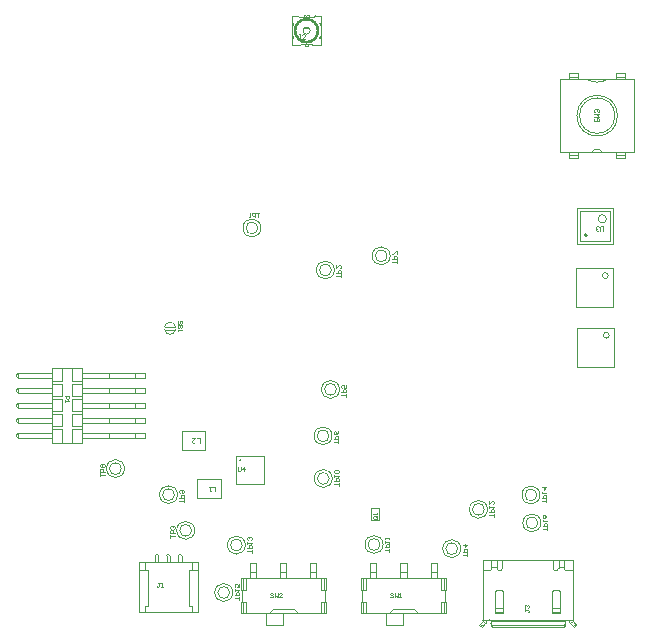
<source format=gbr>
%TF.GenerationSoftware,Altium Limited,Altium Designer,20.2.4 (192)*%
G04 Layer_Color=32768*
%FSLAX26Y26*%
%MOIN*%
%TF.SameCoordinates,397090C4-8786-4783-B811-474920FB5975*%
%TF.FilePolarity,Positive*%
%TF.FileFunction,Other,Mechanical_7*%
%TF.Part,Single*%
G01*
G75*
%TA.AperFunction,NonConductor*%
%ADD95C,0.007874*%
%ADD97C,0.003937*%
%ADD139C,0.001181*%
%ADD140C,0.003000*%
D95*
X633701Y513622D02*
G03*
X633701Y513622I-1968J0D01*
G01*
X1788441Y1263504D02*
G03*
X1788441Y1263504I-3937J0D01*
G01*
D97*
X1863275Y930370D02*
G03*
X1863275Y930370I-9842J0D01*
G01*
X1859275Y1129370D02*
G03*
X1859275Y1129370I-9842J0D01*
G01*
X1624685Y305000D02*
G03*
X1624685Y305000I-19685J0D01*
G01*
X1635000D02*
G03*
X1635000Y305000I-30000J0D01*
G01*
X639685Y231000D02*
G03*
X639685Y231000I-19685J0D01*
G01*
X650000D02*
G03*
X650000Y231000I-30000J0D01*
G01*
X702000Y1288000D02*
G03*
X702000Y1288000I-30000J0D01*
G01*
X691685D02*
G03*
X691685Y1288000I-19685J0D01*
G01*
X1446685Y350000D02*
G03*
X1446685Y350000I-19685J0D01*
G01*
X1457000D02*
G03*
X1457000Y350000I-30000J0D01*
G01*
X1621685Y398000D02*
G03*
X1621685Y398000I-19685J0D01*
G01*
X1632000D02*
G03*
X1632000Y398000I-30000J0D01*
G01*
X936685Y1148000D02*
G03*
X936685Y1148000I-19685J0D01*
G01*
X947000D02*
G03*
X947000Y1148000I-30000J0D01*
G01*
X1368000Y219000D02*
G03*
X1368000Y219000I-30000J0D01*
G01*
X1357685D02*
G03*
X1357685Y219000I-19685J0D01*
G01*
X424000Y399000D02*
G03*
X424000Y399000I-30000J0D01*
G01*
X413685D02*
G03*
X413685Y399000I-19685J0D01*
G01*
X1109000Y233000D02*
G03*
X1109000Y233000I-30000J0D01*
G01*
X1098685D02*
G03*
X1098685Y233000I-19685J0D01*
G01*
X608000Y73000D02*
G03*
X608000Y73000I-30000J0D01*
G01*
X597685D02*
G03*
X597685Y73000I-19685J0D01*
G01*
X939000Y595000D02*
G03*
X939000Y595000I-30000J0D01*
G01*
X928685D02*
G03*
X928685Y595000I-19685J0D01*
G01*
X1133000Y1195000D02*
G03*
X1133000Y1195000I-30000J0D01*
G01*
X1122685D02*
G03*
X1122685Y1195000I-19685J0D01*
G01*
X940000Y453000D02*
G03*
X940000Y453000I-30000J0D01*
G01*
X929685D02*
G03*
X929685Y453000I-19685J0D01*
G01*
X964000Y750000D02*
G03*
X964000Y750000I-30000J0D01*
G01*
X953685D02*
G03*
X953685Y750000I-19685J0D01*
G01*
X360173Y195435D02*
G03*
X348362Y195435I-5906J0D01*
G01*
X399496Y195444D02*
G03*
X387685Y195444I-5906J0D01*
G01*
X438866D02*
G03*
X427055Y195444I-5906J0D01*
G01*
X1467552Y-21867D02*
G03*
X1463615Y-17930I-3937J0D01*
G01*
X1467552Y-38428D02*
G03*
X1471489Y-42365I3937J0D01*
G01*
X1467552Y-31421D02*
G03*
X1471489Y-35358I3937J0D01*
G01*
X1488213Y154717D02*
G03*
X1506717Y154717I9252J0D01*
G01*
X1675772D02*
G03*
X1694276Y154717I9252J0D01*
G01*
X1719053Y-17930D02*
G03*
X1715117Y-21867I0J-3937D01*
G01*
X1711179Y-42365D02*
G03*
X1715117Y-38428I0J3937D01*
G01*
X1711179Y-35358D02*
G03*
X1715117Y-31421I0J3937D01*
G01*
X1740987Y-18574D02*
G03*
X1741838Y-21019I3937J0D01*
G01*
X1440632Y-21259D02*
G03*
X1441502Y-18790I-3067J2468D01*
G01*
X380932Y949144D02*
G03*
X417068Y949144I18068J3186D01*
G01*
Y958856D02*
G03*
X380932Y958856I-18068J-3186D01*
G01*
X1787010Y1784448D02*
G03*
X1858659Y1784448I35824J57525D01*
G01*
X1840212Y1540355D02*
G03*
X1805457Y1540355I-17378J-9248D01*
G01*
X1881890Y1662402D02*
G03*
X1881890Y1662402I-59055J0D01*
G01*
X1890602D02*
G03*
X1890602Y1662402I-67768J0D01*
G01*
X1853401Y1318622D02*
G03*
X1853401Y1318622I-13780J0D01*
G01*
X470685Y280000D02*
G03*
X470685Y280000I-19685J0D01*
G01*
X481000D02*
G03*
X481000Y280000I-30000J0D01*
G01*
X236685Y486000D02*
G03*
X236685Y486000I-19685J0D01*
G01*
X247000D02*
G03*
X247000Y486000I-30000J0D01*
G01*
X1756976Y826039D02*
Y955961D01*
X1879024Y826039D02*
Y955961D01*
X1756976Y826039D02*
X1879024D01*
X1756976Y955961D02*
X1879024D01*
X1752976Y1025039D02*
Y1154961D01*
X1875024Y1025039D02*
Y1154961D01*
X1752976Y1025039D02*
X1875024D01*
X1752976Y1154961D02*
X1875024D01*
X1035485Y119901D02*
X1318917D01*
X1035485Y3151D02*
X1318917D01*
X1118110Y-35433D02*
X1177206D01*
Y3151D01*
X1167191Y170364D02*
X1187222D01*
X1167191Y139685D02*
X1187222D01*
X1143149Y17988D02*
X1211257D01*
X1287375Y119901D02*
Y170364D01*
X1267344Y119901D02*
Y170364D01*
X1314918Y42075D02*
Y80986D01*
X1187222Y119901D02*
Y170364D01*
X1167191Y119901D02*
Y170364D01*
X1118110Y-35433D02*
Y3151D01*
X1087073Y119901D02*
Y170364D01*
X1067043Y119901D02*
Y170364D01*
X1039497Y42075D02*
Y80986D01*
X1267344Y170364D02*
X1287375D01*
X1267344Y139685D02*
X1287375D01*
X1310905Y80986D02*
Y119901D01*
X1302890Y80986D02*
Y119901D01*
Y80986D02*
X1314918D01*
X1318917D01*
Y119901D01*
X1310905Y3151D02*
Y42075D01*
X1302889Y3151D02*
Y42075D01*
X1314917D01*
X1318917Y3151D02*
Y42075D01*
X1314918D02*
X1318917D01*
X1211257Y17988D02*
X1226275Y3151D01*
X1128126D02*
X1143149Y17988D01*
X1067043Y170364D02*
X1087073D01*
X1067043Y139685D02*
X1087073D01*
X1043501Y80986D02*
Y119901D01*
X1051516Y80986D02*
Y119901D01*
X1039497Y80986D02*
X1051516D01*
X1035485D02*
Y119901D01*
Y80986D02*
X1039497D01*
X1043500Y3151D02*
Y42075D01*
X1051516Y3151D02*
Y42075D01*
X1039497D02*
X1051516D01*
X1035485D02*
X1039497D01*
X1035485Y3151D02*
Y42075D01*
X490197Y386730D02*
X568937D01*
X490197Y449723D02*
X568937D01*
X490197Y386730D02*
Y449723D01*
X568937Y386730D02*
Y449723D01*
X618346Y433307D02*
X712047D01*
X618346Y527008D02*
X712047D01*
Y433307D02*
Y527008D01*
X618346Y433307D02*
Y527008D01*
X295276Y8858D02*
X492126Y8858D01*
Y176181D01*
X295276D02*
X295276Y8858D01*
X313901Y146281D02*
Y176181D01*
X295276Y146281D02*
X313901D01*
X326124D01*
Y29195D02*
Y146281D01*
X315410Y29195D02*
X326124D01*
X315410Y8858D02*
Y29195D01*
X473500Y146281D02*
X492126D01*
X461278D02*
X473500D01*
X461278Y29195D02*
Y146281D01*
Y29195D02*
X471991D01*
Y8858D02*
Y29195D01*
X360173Y176181D02*
Y195435D01*
X348362Y176181D02*
Y195435D01*
X399496Y195444D02*
X399496Y176181D01*
X387685D02*
Y195444D01*
X427055Y176181D02*
Y195444D01*
X438866D02*
X438866Y176181D01*
X295276D02*
X473500D01*
Y146281D02*
Y176181D01*
X492126D01*
X1453720Y-17930D02*
X1463615D01*
X1719053D02*
X1728770D01*
X1740987Y-18574D02*
Y-17890D01*
X1441502Y-18790D02*
Y-17890D01*
X1441283Y-20086D02*
X1453539D01*
X1441075Y-20574D02*
X1450305Y-27632D01*
X1431834Y-32191D02*
X1441263Y-39402D01*
X1450305Y-27632D02*
X1450319Y-27616D01*
X1450327Y-27608D01*
X1450334Y-27600D01*
X1450341Y-27592D01*
X1450348Y-27584D01*
X1450356Y-27576D01*
X1450363Y-27569D01*
X1450370Y-27561D01*
X1450377Y-27553D01*
X1450385Y-27545D01*
X1450392Y-27537D01*
X1450399Y-27529D01*
X1450407Y-27521D01*
X1450414Y-27513D01*
X1450421Y-27506D01*
X1450428Y-27498D01*
X1450436Y-27490D01*
X1450443Y-27482D01*
X1450450Y-27474D01*
X1450457Y-27466D01*
X1450465Y-27458D01*
X1450472Y-27450D01*
X1450479Y-27442D01*
X1450486Y-27434D01*
X1450494Y-27427D01*
X1450501Y-27419D01*
X1450508Y-27411D01*
X1450515Y-27403D01*
X1450523Y-27395D01*
X1450530Y-27387D01*
X1450537Y-27379D01*
X1450544Y-27371D01*
X1450552Y-27363D01*
X1450559Y-27356D01*
X1450566Y-27348D01*
X1450573Y-27340D01*
X1450581Y-27332D01*
X1450588Y-27324D01*
X1450595Y-27316D01*
X1450602Y-27308D01*
X1450609Y-27300D01*
X1450617Y-27292D01*
X1450624Y-27285D01*
X1450631Y-27277D01*
X1450638Y-27269D01*
X1450646Y-27261D01*
X1450653Y-27253D01*
X1450660Y-27245D01*
X1450667Y-27237D01*
X1450674Y-27229D01*
X1450681Y-27221D01*
X1450689Y-27213D01*
X1450696Y-27205D01*
X1450703Y-27198D01*
X1450710Y-27190D01*
X1450717Y-27182D01*
X1450725Y-27174D01*
X1450732Y-27166D01*
X1450739Y-27158D01*
X1450746Y-27150D01*
X1450753Y-27142D01*
X1450761Y-27134D01*
X1450768Y-27126D01*
X1450775Y-27118D01*
X1450782Y-27110D01*
X1450789Y-27102D01*
X1450796Y-27094D01*
X1450804Y-27086D01*
X1450811Y-27078D01*
X1450818Y-27071D01*
X1450825Y-27063D01*
X1450832Y-27055D01*
X1450839Y-27047D01*
X1450846Y-27039D01*
X1450854Y-27031D01*
X1450861Y-27023D01*
X1450868Y-27015D01*
X1450875Y-27007D01*
X1450882Y-26999D01*
X1450889Y-26991D01*
X1450896Y-26983D01*
X1450903Y-26975D01*
X1450910Y-26967D01*
X1450918Y-26959D01*
X1450925Y-26951D01*
X1450932Y-26943D01*
X1450939Y-26935D01*
X1450946Y-26927D01*
X1450953Y-26919D01*
X1450960Y-26911D01*
X1450967Y-26903D01*
X1450974Y-26895D01*
X1450981Y-26887D01*
X1450988Y-26879D01*
X1450995Y-26871D01*
X1451002Y-26863D01*
X1451009Y-26855D01*
X1451016Y-26847D01*
X1451024Y-26839D01*
X1451031Y-26831D01*
X1451037Y-26823D01*
X1451044Y-26815D01*
X1451052Y-26807D01*
X1451065Y-26791D01*
X1451080Y-26775D01*
X1451093Y-26759D01*
X1451107Y-26743D01*
X1451121Y-26727D01*
X1451135Y-26710D01*
X1451149Y-26694D01*
X1451163Y-26678D01*
X1451177Y-26662D01*
X1451191Y-26646D01*
X1451204Y-26630D01*
X1451218Y-26613D01*
X1451232Y-26597D01*
X1451246Y-26581D01*
X1451259Y-26565D01*
X1451273Y-26549D01*
X1451286Y-26532D01*
X1451300Y-26516D01*
X1451314Y-26500D01*
X1451327Y-26483D01*
X1451341Y-26467D01*
X1451354Y-26451D01*
X1451368Y-26434D01*
X1451381Y-26418D01*
X1451395Y-26401D01*
X1451408Y-26385D01*
X1451421Y-26369D01*
X1451435Y-26352D01*
X1451448Y-26336D01*
X1451461Y-26319D01*
X1451474Y-26303D01*
X1451487Y-26286D01*
X1451501Y-26270D01*
X1451514Y-26253D01*
X1451527Y-26236D01*
X1451540Y-26220D01*
X1451553Y-26203D01*
X1451566Y-26186D01*
X1451579Y-26170D01*
X1451592Y-26153D01*
X1451605Y-26137D01*
X1451618Y-26120D01*
X1451630Y-26103D01*
X1451643Y-26086D01*
X1451656Y-26069D01*
X1451669Y-26053D01*
X1451681Y-26036D01*
X1451694Y-26019D01*
X1451706Y-26002D01*
X1451719Y-25985D01*
X1451732Y-25968D01*
X1451744Y-25951D01*
X1451756Y-25934D01*
X1451769Y-25917D01*
X1451781Y-25900D01*
X1451793Y-25883D01*
X1451812Y-25858D01*
X1451830Y-25832D01*
X1451848Y-25806D01*
X1451866Y-25780D01*
X1451884Y-25755D01*
X1451902Y-25729D01*
X1451920Y-25703D01*
X1451938Y-25677D01*
X1451955Y-25651D01*
X1451973Y-25625D01*
X1451990Y-25599D01*
X1452007Y-25572D01*
X1452024Y-25546D01*
X1452042Y-25520D01*
X1452058Y-25493D01*
X1452075Y-25467D01*
X1452092Y-25440D01*
X1452109Y-25413D01*
X1452125Y-25387D01*
X1452141Y-25360D01*
X1452158Y-25333D01*
X1452174Y-25306D01*
X1452189Y-25279D01*
X1452205Y-25252D01*
X1452221Y-25225D01*
X1452237Y-25198D01*
X1452252Y-25171D01*
X1452273Y-25134D01*
X1452318Y-25052D01*
X1452342Y-25006D01*
X1452367Y-24959D01*
X1452390Y-24913D01*
X1452414Y-24866D01*
X1452437Y-24819D01*
X1452455Y-24781D01*
X1452473Y-24743D01*
X1452491Y-24706D01*
X1452509Y-24668D01*
X1452526Y-24629D01*
X1452543Y-24591D01*
X1452560Y-24553D01*
X1452577Y-24514D01*
X1452594Y-24476D01*
X1452610Y-24437D01*
X1452626Y-24398D01*
X1452642Y-24359D01*
X1452658Y-24320D01*
X1452674Y-24281D01*
X1452689Y-24242D01*
X1452704Y-24202D01*
X1452719Y-24163D01*
X1452734Y-24123D01*
X1452748Y-24084D01*
X1452763Y-24044D01*
X1452777Y-24004D01*
X1452791Y-23965D01*
X1452805Y-23925D01*
X1452819Y-23885D01*
X1452832Y-23844D01*
X1452846Y-23804D01*
X1452859Y-23764D01*
X1452872Y-23724D01*
X1452885Y-23683D01*
X1452897Y-23643D01*
X1452907Y-23612D01*
X1452916Y-23582D01*
X1452925Y-23551D01*
X1452934Y-23521D01*
X1452943Y-23490D01*
X1452952Y-23459D01*
X1452961Y-23429D01*
X1452970Y-23398D01*
X1452978Y-23367D01*
X1452987Y-23337D01*
X1452996Y-23306D01*
X1453004Y-23275D01*
X1453012Y-23244D01*
X1453021Y-23213D01*
X1453029Y-23182D01*
X1453037Y-23151D01*
X1453045Y-23120D01*
X1453053Y-23089D01*
X1453061Y-23058D01*
X1453068Y-23027D01*
X1453076Y-22996D01*
X1453083Y-22965D01*
X1453091Y-22933D01*
X1453098Y-22902D01*
X1453106Y-22871D01*
X1453113Y-22840D01*
X1453120Y-22808D01*
X1453127Y-22777D01*
X1453134Y-22746D01*
X1453141Y-22715D01*
X1453148Y-22683D01*
X1453155Y-22652D01*
X1453162Y-22620D01*
X1453169Y-22589D01*
X1453175Y-22558D01*
X1453182Y-22526D01*
X1453188Y-22495D01*
X1453195Y-22463D01*
X1453201Y-22432D01*
X1453208Y-22400D01*
X1453214Y-22369D01*
X1453220Y-22337D01*
X1453226Y-22305D01*
X1453232Y-22274D01*
X1453238Y-22242D01*
X1453244Y-22211D01*
X1453250Y-22179D01*
X1453256Y-22147D01*
X1453262Y-22116D01*
X1453267Y-22084D01*
X1453273Y-22052D01*
X1453279Y-22021D01*
X1453282Y-22000D01*
X1453286Y-21979D01*
X1453290Y-21957D01*
X1453293Y-21936D01*
X1453297Y-21915D01*
X1453300Y-21894D01*
X1453304Y-21873D01*
X1453307Y-21852D01*
X1453311Y-21831D01*
X1453314Y-21810D01*
X1453318Y-21788D01*
X1453321Y-21767D01*
X1453325Y-21746D01*
X1453328Y-21725D01*
X1453332Y-21704D01*
X1453335Y-21683D01*
X1453338Y-21662D01*
X1453342Y-21641D01*
X1453345Y-21619D01*
X1453348Y-21598D01*
X1453351Y-21577D01*
X1453355Y-21556D01*
X1453358Y-21535D01*
X1453363Y-21503D01*
X1453369Y-21461D01*
X1453375Y-21419D01*
X1453381Y-21377D01*
X1453388Y-21334D01*
X1453394Y-21292D01*
X1453400Y-21250D01*
X1453405Y-21208D01*
X1453411Y-21166D01*
X1453417Y-21123D01*
X1453423Y-21081D01*
X1453428Y-21039D01*
X1453434Y-20997D01*
X1453439Y-20955D01*
X1453445Y-20913D01*
X1453450Y-20870D01*
X1453454Y-20839D01*
X1453458Y-20807D01*
X1453462Y-20776D01*
X1453466Y-20744D01*
X1453470Y-20712D01*
X1453473Y-20681D01*
X1453477Y-20649D01*
X1453481Y-20618D01*
X1453485Y-20586D01*
X1453488Y-20555D01*
X1453492Y-20523D01*
X1453495Y-20491D01*
X1453499Y-20460D01*
X1453503Y-20428D01*
X1453506Y-20397D01*
X1453510Y-20365D01*
X1453513Y-20334D01*
X1453516Y-20302D01*
X1453520Y-20270D01*
X1453523Y-20239D01*
X1453527Y-20207D01*
X1453530Y-20176D01*
X1453533Y-20144D01*
X1453536Y-20113D01*
X1453540Y-20081D01*
X1453543Y-20050D01*
X1453546Y-20018D01*
X1453549Y-19987D01*
X1453552Y-19955D01*
X1453554Y-19934D01*
X1453556Y-19913D01*
X1453559Y-19892D01*
X1453561Y-19871D01*
X1453563Y-19850D01*
X1453565Y-19829D01*
X1453567Y-19808D01*
X1453569Y-19787D01*
X1453571Y-19766D01*
X1453573Y-19745D01*
X1453575Y-19724D01*
X1453577Y-19703D01*
X1453579Y-19682D01*
X1453581Y-19661D01*
X1453582Y-19640D01*
X1453584Y-19619D01*
X1453586Y-19598D01*
X1453588Y-19577D01*
X1453590Y-19556D01*
X1453592Y-19535D01*
X1453594Y-19514D01*
X1453596Y-19493D01*
X1453598Y-19472D01*
X1453600Y-19451D01*
X1453601Y-19430D01*
X1453603Y-19409D01*
X1453605Y-19388D01*
X1453607Y-19367D01*
X1453609Y-19346D01*
X1453611Y-19325D01*
X1453612Y-19304D01*
X1453614Y-19283D01*
X1453616Y-19262D01*
X1453618Y-19241D01*
X1453619Y-19220D01*
X1453621Y-19199D01*
X1453623Y-19178D01*
X1453625Y-19157D01*
X1453626Y-19136D01*
X1453628Y-19115D01*
X1453630Y-19094D01*
X1453632Y-19073D01*
X1453633Y-19052D01*
X1453635Y-19031D01*
X1453637Y-19010D01*
X1453639Y-18989D01*
X1453640Y-18968D01*
X1453641Y-18958D01*
X1453642Y-18947D01*
X1453643Y-18937D01*
X1453644Y-18926D01*
X1453644Y-18916D01*
X1453645Y-18905D01*
X1453646Y-18895D01*
X1453647Y-18884D01*
X1453648Y-18874D01*
X1453649Y-18863D01*
X1453649Y-18853D01*
X1453650Y-18843D01*
X1453651Y-18832D01*
X1453652Y-18822D01*
X1453653Y-18811D01*
X1453654Y-18800D01*
X1453654Y-18790D01*
X1453655Y-18779D01*
X1453656Y-18769D01*
X1453657Y-18759D01*
X1453658Y-18748D01*
X1453659Y-18738D01*
X1453659Y-18727D01*
X1453660Y-18717D01*
X1453661Y-18706D01*
X1453662Y-18696D01*
X1453663Y-18685D01*
X1453663Y-18675D01*
X1453664Y-18664D01*
X1453665Y-18654D01*
X1453666Y-18643D01*
X1453667Y-18633D01*
X1453668Y-18622D01*
X1453668Y-18612D01*
X1453669Y-18601D01*
X1453670Y-18591D01*
X1453671Y-18580D01*
X1453671Y-18570D01*
X1453672Y-18559D01*
X1453673Y-18549D01*
X1453674Y-18538D01*
X1453675Y-18528D01*
X1453676Y-18517D01*
X1453676Y-18507D01*
X1453677Y-18496D01*
X1453678Y-18486D01*
X1453679Y-18475D01*
X1453680Y-18465D01*
X1453680Y-18454D01*
X1453681Y-18444D01*
X1453682Y-18433D01*
X1453683Y-18423D01*
X1453684Y-18413D01*
X1453684Y-18402D01*
X1453685Y-18392D01*
X1453686Y-18381D01*
X1453687Y-18371D01*
X1453688Y-18360D01*
X1453688Y-18350D01*
X1453689Y-18339D01*
X1453690Y-18329D01*
X1453691Y-18318D01*
X1453691Y-18308D01*
X1453692Y-18297D01*
X1453693Y-18287D01*
X1453694Y-18276D01*
X1453695Y-18266D01*
X1453695Y-18255D01*
X1453696Y-18245D01*
X1453697Y-18234D01*
X1453698Y-18224D01*
X1453698Y-18213D01*
X1453699Y-18203D01*
X1453700Y-18192D01*
X1453701Y-18182D01*
X1453702Y-18171D01*
X1453703Y-18161D01*
X1453703Y-18150D01*
X1453704Y-18140D01*
X1453705Y-18129D01*
X1453706Y-18119D01*
X1453706Y-18108D01*
X1453707Y-18098D01*
X1453708Y-18087D01*
X1453709Y-18077D01*
X1453709Y-18067D01*
X1453710Y-18056D01*
X1453711Y-18046D01*
X1453712Y-18035D01*
X1453713Y-18025D01*
X1453713Y-18014D01*
X1453714Y-18004D01*
X1453715Y-17993D01*
X1453716Y-17983D01*
X1453716Y-17972D01*
X1453717Y-17962D01*
X1453718Y-17951D01*
X1453719Y-17941D01*
X1453720Y-17930D01*
X1730382Y-25104D02*
X1730386Y-25118D01*
X1730379Y-25097D02*
X1730382Y-25104D01*
X1730377Y-25090D02*
X1730379Y-25097D01*
X1730374Y-25083D02*
X1730377Y-25090D01*
X1730372Y-25076D02*
X1730374Y-25083D01*
X1730370Y-25069D02*
X1730372Y-25076D01*
X1730367Y-25062D02*
X1730370Y-25069D01*
X1730365Y-25055D02*
X1730367Y-25062D01*
X1730363Y-25048D02*
X1730365Y-25055D01*
X1730360Y-25041D02*
X1730363Y-25048D01*
X1730358Y-25034D02*
X1730360Y-25041D01*
X1730355Y-25027D02*
X1730358Y-25034D01*
X1730353Y-25020D02*
X1730355Y-25027D01*
X1730351Y-25013D02*
X1730353Y-25020D01*
X1730348Y-25006D02*
X1730351Y-25013D01*
X1730346Y-24999D02*
X1730348Y-25006D01*
X1730343Y-24992D02*
X1730346Y-24999D01*
X1730341Y-24985D02*
X1730343Y-24992D01*
X1730339Y-24977D02*
X1730341Y-24985D01*
X1730336Y-24971D02*
X1730339Y-24977D01*
X1730334Y-24963D02*
X1730336Y-24971D01*
X1730332Y-24956D02*
X1730334Y-24963D01*
X1730329Y-24950D02*
X1730332Y-24956D01*
X1730327Y-24942D02*
X1730329Y-24950D01*
X1730324Y-24935D02*
X1730327Y-24942D01*
X1730322Y-24928D02*
X1730324Y-24935D01*
X1730320Y-24921D02*
X1730322Y-24928D01*
X1730317Y-24914D02*
X1730320Y-24921D01*
X1730315Y-24907D02*
X1730317Y-24914D01*
X1730313Y-24900D02*
X1730315Y-24907D01*
X1730310Y-24893D02*
X1730313Y-24900D01*
X1730308Y-24886D02*
X1730310Y-24893D01*
X1730305Y-24879D02*
X1730308Y-24886D01*
X1730303Y-24872D02*
X1730305Y-24879D01*
X1730301Y-24865D02*
X1730303Y-24872D01*
X1730298Y-24858D02*
X1730301Y-24865D01*
X1730296Y-24851D02*
X1730298Y-24858D01*
X1730293Y-24844D02*
X1730296Y-24851D01*
X1730291Y-24837D02*
X1730293Y-24844D01*
X1730289Y-24830D02*
X1730291Y-24837D01*
X1730286Y-24823D02*
X1730289Y-24830D01*
X1730284Y-24816D02*
X1730286Y-24823D01*
X1730282Y-24809D02*
X1730284Y-24816D01*
X1730279Y-24802D02*
X1730282Y-24809D01*
X1730277Y-24795D02*
X1730279Y-24802D01*
X1730274Y-24788D02*
X1730277Y-24795D01*
X1730272Y-24781D02*
X1730274Y-24788D01*
X1730270Y-24774D02*
X1730272Y-24781D01*
X1730267Y-24767D02*
X1730270Y-24774D01*
X1730265Y-24760D02*
X1730267Y-24767D01*
X1730263Y-24753D02*
X1730265Y-24760D01*
X1730260Y-24746D02*
X1730263Y-24753D01*
X1730258Y-24739D02*
X1730260Y-24746D01*
X1730255Y-24732D02*
X1730258Y-24739D01*
X1730253Y-24725D02*
X1730255Y-24732D01*
X1730251Y-24718D02*
X1730253Y-24725D01*
X1730248Y-24711D02*
X1730251Y-24718D01*
X1730246Y-24704D02*
X1730248Y-24711D01*
X1730244Y-24697D02*
X1730246Y-24704D01*
X1730241Y-24690D02*
X1730244Y-24697D01*
X1730239Y-24683D02*
X1730241Y-24690D01*
X1730237Y-24676D02*
X1730239Y-24683D01*
X1730234Y-24669D02*
X1730237Y-24676D01*
X1730232Y-24662D02*
X1730234Y-24669D01*
X1730229Y-24655D02*
X1730232Y-24662D01*
X1730227Y-24648D02*
X1730229Y-24655D01*
X1730225Y-24641D02*
X1730227Y-24648D01*
X1730222Y-24634D02*
X1730225Y-24641D01*
X1730220Y-24627D02*
X1730222Y-24634D01*
X1730218Y-24620D02*
X1730220Y-24627D01*
X1730215Y-24613D02*
X1730218Y-24620D01*
X1730213Y-24606D02*
X1730215Y-24613D01*
X1730210Y-24599D02*
X1730213Y-24606D01*
X1730208Y-24591D02*
X1730210Y-24599D01*
X1730206Y-24584D02*
X1730208Y-24591D01*
X1730203Y-24578D02*
X1730206Y-24584D01*
X1730201Y-24570D02*
X1730203Y-24578D01*
X1730199Y-24564D02*
X1730201Y-24570D01*
X1730196Y-24556D02*
X1730199Y-24564D01*
X1730194Y-24549D02*
X1730196Y-24556D01*
X1730192Y-24542D02*
X1730194Y-24549D01*
X1730189Y-24535D02*
X1730192Y-24542D01*
X1730187Y-24528D02*
X1730189Y-24535D01*
X1730185Y-24521D02*
X1730187Y-24528D01*
X1730182Y-24514D02*
X1730185Y-24521D01*
X1730180Y-24507D02*
X1730182Y-24514D01*
X1730177Y-24500D02*
X1730180Y-24507D01*
X1730175Y-24493D02*
X1730177Y-24500D01*
X1730173Y-24486D02*
X1730175Y-24493D01*
X1730170Y-24479D02*
X1730173Y-24486D01*
X1730168Y-24472D02*
X1730170Y-24479D01*
X1730166Y-24465D02*
X1730168Y-24472D01*
X1730163Y-24458D02*
X1730166Y-24465D01*
X1730161Y-24451D02*
X1730163Y-24458D01*
X1730159Y-24444D02*
X1730161Y-24451D01*
X1730156Y-24437D02*
X1730159Y-24444D01*
X1730154Y-24430D02*
X1730156Y-24437D01*
X1730151Y-24423D02*
X1730154Y-24430D01*
X1730149Y-24416D02*
X1730151Y-24423D01*
X1730147Y-24409D02*
X1730149Y-24416D01*
X1730142Y-24395D02*
X1730147Y-24409D01*
X1730137Y-24381D02*
X1730142Y-24395D01*
X1730133Y-24367D02*
X1730137Y-24381D01*
X1730128Y-24353D02*
X1730133Y-24367D01*
X1730123Y-24339D02*
X1730128Y-24353D01*
X1730119Y-24325D02*
X1730123Y-24339D01*
X1730114Y-24311D02*
X1730119Y-24325D01*
X1730109Y-24297D02*
X1730114Y-24311D01*
X1730105Y-24282D02*
X1730109Y-24297D01*
X1730100Y-24268D02*
X1730105Y-24282D01*
X1730095Y-24254D02*
X1730100Y-24268D01*
X1730091Y-24240D02*
X1730095Y-24254D01*
X1730086Y-24226D02*
X1730091Y-24240D01*
X1730081Y-24212D02*
X1730086Y-24226D01*
X1730076Y-24198D02*
X1730081Y-24212D01*
X1730072Y-24184D02*
X1730076Y-24198D01*
X1730067Y-24170D02*
X1730072Y-24184D01*
X1730063Y-24156D02*
X1730067Y-24170D01*
X1730058Y-24142D02*
X1730063Y-24156D01*
X1730053Y-24128D02*
X1730058Y-24142D01*
X1730049Y-24114D02*
X1730053Y-24128D01*
X1730044Y-24100D02*
X1730049Y-24114D01*
X1730039Y-24086D02*
X1730044Y-24100D01*
X1730035Y-24072D02*
X1730039Y-24086D01*
X1730030Y-24058D02*
X1730035Y-24072D01*
X1730025Y-24044D02*
X1730030Y-24058D01*
X1730021Y-24029D02*
X1730025Y-24044D01*
X1730016Y-24015D02*
X1730021Y-24029D01*
X1730012Y-24001D02*
X1730016Y-24015D01*
X1730007Y-23987D02*
X1730012Y-24001D01*
X1730002Y-23973D02*
X1730007Y-23987D01*
X1729998Y-23959D02*
X1730002Y-23973D01*
X1729993Y-23945D02*
X1729998Y-23959D01*
X1729989Y-23931D02*
X1729993Y-23945D01*
X1729984Y-23917D02*
X1729989Y-23931D01*
X1729979Y-23903D02*
X1729984Y-23917D01*
X1729975Y-23889D02*
X1729979Y-23903D01*
X1729970Y-23875D02*
X1729975Y-23889D01*
X1729966Y-23861D02*
X1729970Y-23875D01*
X1729961Y-23847D02*
X1729966Y-23861D01*
X1729957Y-23832D02*
X1729961Y-23847D01*
X1729952Y-23818D02*
X1729957Y-23832D01*
X1729947Y-23804D02*
X1729952Y-23818D01*
X1729943Y-23790D02*
X1729947Y-23804D01*
X1729938Y-23776D02*
X1729943Y-23790D01*
X1729934Y-23762D02*
X1729938Y-23776D01*
X1729929Y-23748D02*
X1729934Y-23762D01*
X1729925Y-23734D02*
X1729929Y-23748D01*
X1729920Y-23720D02*
X1729925Y-23734D01*
X1729916Y-23706D02*
X1729920Y-23720D01*
X1729911Y-23692D02*
X1729916Y-23706D01*
X1729904Y-23671D02*
X1729911Y-23692D01*
X1729898Y-23649D02*
X1729904Y-23671D01*
X1729891Y-23628D02*
X1729898Y-23649D01*
X1729884Y-23607D02*
X1729891Y-23628D01*
X1729878Y-23586D02*
X1729884Y-23607D01*
X1729871Y-23565D02*
X1729878Y-23586D01*
X1729864Y-23544D02*
X1729871Y-23565D01*
X1729857Y-23523D02*
X1729864Y-23544D01*
X1729851Y-23501D02*
X1729857Y-23523D01*
X1729844Y-23480D02*
X1729851Y-23501D01*
X1729837Y-23459D02*
X1729844Y-23480D01*
X1729831Y-23438D02*
X1729837Y-23459D01*
X1729824Y-23417D02*
X1729831Y-23438D01*
X1729818Y-23395D02*
X1729824Y-23417D01*
X1729811Y-23374D02*
X1729818Y-23395D01*
X1729804Y-23353D02*
X1729811Y-23374D01*
X1729798Y-23332D02*
X1729804Y-23353D01*
X1729791Y-23311D02*
X1729798Y-23332D01*
X1729785Y-23290D02*
X1729791Y-23311D01*
X1729778Y-23268D02*
X1729785Y-23290D01*
X1729772Y-23247D02*
X1729778Y-23268D01*
X1729765Y-23226D02*
X1729772Y-23247D01*
X1729759Y-23205D02*
X1729765Y-23226D01*
X1729752Y-23184D02*
X1729759Y-23205D01*
X1729746Y-23163D02*
X1729752Y-23184D01*
X1729739Y-23141D02*
X1729746Y-23163D01*
X1729733Y-23120D02*
X1729739Y-23141D01*
X1729726Y-23099D02*
X1729733Y-23120D01*
X1729720Y-23078D02*
X1729726Y-23099D01*
X1729714Y-23056D02*
X1729720Y-23078D01*
X1729707Y-23035D02*
X1729714Y-23056D01*
X1729701Y-23014D02*
X1729707Y-23035D01*
X1729695Y-22993D02*
X1729701Y-23014D01*
X1729688Y-22971D02*
X1729695Y-22993D01*
X1729680Y-22943D02*
X1729688Y-22971D01*
X1729672Y-22915D02*
X1729680Y-22943D01*
X1729663Y-22887D02*
X1729672Y-22915D01*
X1729655Y-22858D02*
X1729663Y-22887D01*
X1729647Y-22830D02*
X1729655Y-22858D01*
X1729639Y-22801D02*
X1729647Y-22830D01*
X1729630Y-22773D02*
X1729639Y-22801D01*
X1729622Y-22745D02*
X1729630Y-22773D01*
X1729614Y-22716D02*
X1729622Y-22745D01*
X1729606Y-22688D02*
X1729614Y-22716D01*
X1729598Y-22660D02*
X1729606Y-22688D01*
X1729590Y-22631D02*
X1729598Y-22660D01*
X1729582Y-22603D02*
X1729590Y-22631D01*
X1729574Y-22574D02*
X1729582Y-22603D01*
X1729566Y-22546D02*
X1729574Y-22574D01*
X1729558Y-22517D02*
X1729566Y-22546D01*
X1729550Y-22489D02*
X1729558Y-22517D01*
X1729542Y-22461D02*
X1729550Y-22489D01*
X1729534Y-22432D02*
X1729542Y-22461D01*
X1729527Y-22404D02*
X1729534Y-22432D01*
X1729519Y-22375D02*
X1729527Y-22404D01*
X1729511Y-22347D02*
X1729519Y-22375D01*
X1729504Y-22318D02*
X1729511Y-22347D01*
X1729496Y-22290D02*
X1729504Y-22318D01*
X1729488Y-22261D02*
X1729496Y-22290D01*
X1729481Y-22233D02*
X1729488Y-22261D01*
X1729472Y-22197D02*
X1729481Y-22233D01*
X1729462Y-22161D02*
X1729472Y-22197D01*
X1729453Y-22126D02*
X1729462Y-22161D01*
X1729444Y-22090D02*
X1729453Y-22126D01*
X1729435Y-22054D02*
X1729444Y-22090D01*
X1729426Y-22019D02*
X1729435Y-22054D01*
X1729417Y-21983D02*
X1729426Y-22019D01*
X1729408Y-21947D02*
X1729417Y-21983D01*
X1729399Y-21911D02*
X1729408Y-21947D01*
X1729390Y-21875D02*
X1729399Y-21911D01*
X1729382Y-21840D02*
X1729390Y-21875D01*
X1729373Y-21804D02*
X1729382Y-21840D01*
X1729365Y-21768D02*
X1729373Y-21804D01*
X1729356Y-21732D02*
X1729365Y-21768D01*
X1729348Y-21696D02*
X1729356Y-21732D01*
X1729339Y-21660D02*
X1729348Y-21696D01*
X1729331Y-21625D02*
X1729339Y-21660D01*
X1729323Y-21589D02*
X1729331Y-21625D01*
X1729315Y-21553D02*
X1729323Y-21589D01*
X1729294Y-21459D02*
X1729315Y-21553D01*
X1729286Y-21423D02*
X1729294Y-21459D01*
X1729279Y-21387D02*
X1729286Y-21423D01*
X1729271Y-21351D02*
X1729279Y-21387D01*
X1729263Y-21315D02*
X1729271Y-21351D01*
X1729256Y-21279D02*
X1729263Y-21315D01*
X1729248Y-21243D02*
X1729256Y-21279D01*
X1729241Y-21207D02*
X1729248Y-21243D01*
X1729234Y-21171D02*
X1729241Y-21207D01*
X1729226Y-21135D02*
X1729234Y-21171D01*
X1729219Y-21099D02*
X1729226Y-21135D01*
X1729212Y-21062D02*
X1729219Y-21099D01*
X1729205Y-21026D02*
X1729212Y-21062D01*
X1729198Y-20990D02*
X1729205Y-21026D01*
X1729191Y-20954D02*
X1729198Y-20990D01*
X1729184Y-20918D02*
X1729191Y-20954D01*
X1729178Y-20881D02*
X1729184Y-20918D01*
X1729172Y-20852D02*
X1729178Y-20881D01*
X1729167Y-20823D02*
X1729172Y-20852D01*
X1729161Y-20794D02*
X1729167Y-20823D01*
X1729156Y-20765D02*
X1729161Y-20794D01*
X1729151Y-20736D02*
X1729156Y-20765D01*
X1729146Y-20707D02*
X1729151Y-20736D01*
X1729141Y-20678D02*
X1729146Y-20707D01*
X1729136Y-20649D02*
X1729141Y-20678D01*
X1729130Y-20620D02*
X1729136Y-20649D01*
X1729125Y-20591D02*
X1729130Y-20620D01*
X1729120Y-20562D02*
X1729125Y-20591D01*
X1729115Y-20533D02*
X1729120Y-20562D01*
X1729111Y-20504D02*
X1729115Y-20533D01*
X1729106Y-20475D02*
X1729111Y-20504D01*
X1729101Y-20446D02*
X1729106Y-20475D01*
X1729096Y-20416D02*
X1729101Y-20446D01*
X1729091Y-20387D02*
X1729096Y-20416D01*
X1729086Y-20358D02*
X1729091Y-20387D01*
X1729082Y-20329D02*
X1729086Y-20358D01*
X1729077Y-20300D02*
X1729082Y-20329D01*
X1729072Y-20271D02*
X1729077Y-20300D01*
X1729068Y-20242D02*
X1729072Y-20271D01*
X1729063Y-20212D02*
X1729068Y-20242D01*
X1729059Y-20183D02*
X1729063Y-20212D01*
X1729054Y-20154D02*
X1729059Y-20183D01*
X1729051Y-20132D02*
X1729054Y-20154D01*
X1729047Y-20110D02*
X1729051Y-20132D01*
X1729044Y-20088D02*
X1729047Y-20110D01*
X1729041Y-20067D02*
X1729044Y-20088D01*
X1729037Y-20045D02*
X1729041Y-20067D01*
X1729034Y-20023D02*
X1729037Y-20045D01*
X1729031Y-20001D02*
X1729034Y-20023D01*
X1729027Y-19979D02*
X1729031Y-20001D01*
X1729024Y-19957D02*
X1729027Y-19979D01*
X1729021Y-19935D02*
X1729024Y-19957D01*
X1729018Y-19913D02*
X1729021Y-19935D01*
X1729014Y-19891D02*
X1729018Y-19913D01*
X1729011Y-19869D02*
X1729014Y-19891D01*
X1729008Y-19847D02*
X1729011Y-19869D01*
X1729005Y-19825D02*
X1729008Y-19847D01*
X1729002Y-19803D02*
X1729005Y-19825D01*
X1728999Y-19781D02*
X1729002Y-19803D01*
X1728995Y-19759D02*
X1728999Y-19781D01*
X1728992Y-19738D02*
X1728995Y-19759D01*
X1728989Y-19716D02*
X1728992Y-19738D01*
X1728986Y-19694D02*
X1728989Y-19716D01*
X1728983Y-19672D02*
X1728986Y-19694D01*
X1728980Y-19650D02*
X1728983Y-19672D01*
X1728977Y-19628D02*
X1728980Y-19650D01*
X1728974Y-19606D02*
X1728977Y-19628D01*
X1728971Y-19584D02*
X1728974Y-19606D01*
X1728968Y-19562D02*
X1728971Y-19584D01*
X1728965Y-19540D02*
X1728968Y-19562D01*
X1728962Y-19518D02*
X1728965Y-19540D01*
X1728959Y-19496D02*
X1728962Y-19518D01*
X1728956Y-19474D02*
X1728959Y-19496D01*
X1728953Y-19452D02*
X1728956Y-19474D01*
X1728950Y-19430D02*
X1728953Y-19452D01*
X1728947Y-19408D02*
X1728950Y-19430D01*
X1728946Y-19393D02*
X1728947Y-19408D01*
X1728944Y-19378D02*
X1728946Y-19393D01*
X1728942Y-19364D02*
X1728944Y-19378D01*
X1728940Y-19349D02*
X1728942Y-19364D01*
X1728938Y-19334D02*
X1728940Y-19349D01*
X1728936Y-19320D02*
X1728938Y-19334D01*
X1728934Y-19305D02*
X1728936Y-19320D01*
X1728932Y-19291D02*
X1728934Y-19305D01*
X1728930Y-19276D02*
X1728932Y-19291D01*
X1728928Y-19261D02*
X1728930Y-19276D01*
X1728926Y-19247D02*
X1728928Y-19261D01*
X1728925Y-19232D02*
X1728926Y-19247D01*
X1728923Y-19217D02*
X1728925Y-19232D01*
X1728921Y-19202D02*
X1728923Y-19217D01*
X1728919Y-19188D02*
X1728921Y-19202D01*
X1728917Y-19173D02*
X1728919Y-19188D01*
X1728915Y-19158D02*
X1728917Y-19173D01*
X1728913Y-19144D02*
X1728915Y-19158D01*
X1728911Y-19129D02*
X1728913Y-19144D01*
X1728910Y-19114D02*
X1728911Y-19129D01*
X1728908Y-19100D02*
X1728910Y-19114D01*
X1728906Y-19085D02*
X1728908Y-19100D01*
X1728904Y-19070D02*
X1728906Y-19085D01*
X1728902Y-19056D02*
X1728904Y-19070D01*
X1728900Y-19041D02*
X1728902Y-19056D01*
X1728899Y-19026D02*
X1728900Y-19041D01*
X1728897Y-19012D02*
X1728899Y-19026D01*
X1728895Y-18997D02*
X1728897Y-19012D01*
X1728893Y-18982D02*
X1728895Y-18997D01*
X1728891Y-18968D02*
X1728893Y-18982D01*
X1728889Y-18953D02*
X1728891Y-18968D01*
X1728888Y-18938D02*
X1728889Y-18953D01*
X1728886Y-18923D02*
X1728888Y-18938D01*
X1728884Y-18909D02*
X1728886Y-18923D01*
X1728882Y-18894D02*
X1728884Y-18909D01*
X1728880Y-18879D02*
X1728882Y-18894D01*
X1728879Y-18865D02*
X1728880Y-18879D01*
X1728877Y-18850D02*
X1728879Y-18865D01*
X1728875Y-18835D02*
X1728877Y-18850D01*
X1728873Y-18820D02*
X1728875Y-18835D01*
X1728872Y-18806D02*
X1728873Y-18820D01*
X1728870Y-18791D02*
X1728872Y-18806D01*
X1728868Y-18776D02*
X1728870Y-18791D01*
X1728866Y-18762D02*
X1728868Y-18776D01*
X1728864Y-18747D02*
X1728866Y-18762D01*
X1728863Y-18732D02*
X1728864Y-18747D01*
X1728861Y-18718D02*
X1728863Y-18732D01*
X1728859Y-18703D02*
X1728861Y-18718D01*
X1728858Y-18688D02*
X1728859Y-18703D01*
X1728856Y-18673D02*
X1728858Y-18688D01*
X1728854Y-18659D02*
X1728856Y-18673D01*
X1728853Y-18651D02*
X1728854Y-18659D01*
X1728852Y-18644D02*
X1728853Y-18651D01*
X1728851Y-18637D02*
X1728852Y-18644D01*
X1728851Y-18629D02*
X1728851Y-18637D01*
X1728850Y-18622D02*
X1728851Y-18629D01*
X1728849Y-18615D02*
X1728850Y-18622D01*
X1728848Y-18607D02*
X1728849Y-18615D01*
X1728847Y-18600D02*
X1728848Y-18607D01*
X1728846Y-18593D02*
X1728847Y-18600D01*
X1728845Y-18585D02*
X1728846Y-18593D01*
X1728844Y-18578D02*
X1728845Y-18585D01*
X1728843Y-18570D02*
X1728844Y-18578D01*
X1728843Y-18563D02*
X1728843Y-18570D01*
X1728842Y-18556D02*
X1728843Y-18563D01*
X1728841Y-18548D02*
X1728842Y-18556D01*
X1728840Y-18541D02*
X1728841Y-18548D01*
X1728839Y-18534D02*
X1728840Y-18541D01*
X1728838Y-18526D02*
X1728839Y-18534D01*
X1728838Y-18519D02*
X1728838Y-18526D01*
X1728837Y-18512D02*
X1728838Y-18519D01*
X1728836Y-18504D02*
X1728837Y-18512D01*
X1728835Y-18497D02*
X1728836Y-18504D01*
X1728834Y-18490D02*
X1728835Y-18497D01*
X1728833Y-18482D02*
X1728834Y-18490D01*
X1728832Y-18475D02*
X1728833Y-18482D01*
X1728832Y-18468D02*
X1728832Y-18475D01*
X1728831Y-18460D02*
X1728832Y-18468D01*
X1728830Y-18453D02*
X1728831Y-18460D01*
X1728829Y-18445D02*
X1728830Y-18453D01*
X1728828Y-18438D02*
X1728829Y-18445D01*
X1728827Y-18431D02*
X1728828Y-18438D01*
X1728826Y-18423D02*
X1728827Y-18431D01*
X1728825Y-18416D02*
X1728826Y-18423D01*
X1728825Y-18409D02*
X1728825Y-18416D01*
X1728824Y-18401D02*
X1728825Y-18409D01*
X1728823Y-18394D02*
X1728824Y-18401D01*
X1728822Y-18387D02*
X1728823Y-18394D01*
X1728821Y-18379D02*
X1728822Y-18387D01*
X1728820Y-18372D02*
X1728821Y-18379D01*
X1728820Y-18364D02*
X1728820Y-18372D01*
X1728819Y-18357D02*
X1728820Y-18364D01*
X1728818Y-18350D02*
X1728819Y-18357D01*
X1728817Y-18342D02*
X1728818Y-18350D01*
X1728816Y-18335D02*
X1728817Y-18342D01*
X1728815Y-18328D02*
X1728816Y-18335D01*
X1728814Y-18320D02*
X1728815Y-18328D01*
X1728813Y-18313D02*
X1728814Y-18320D01*
X1728813Y-18306D02*
X1728813Y-18313D01*
X1728812Y-18298D02*
X1728813Y-18306D01*
X1728811Y-18291D02*
X1728812Y-18298D01*
X1728810Y-18284D02*
X1728811Y-18291D01*
X1728809Y-18276D02*
X1728810Y-18284D01*
X1728808Y-18269D02*
X1728809Y-18276D01*
X1728807Y-18262D02*
X1728808Y-18269D01*
X1728807Y-18254D02*
X1728807Y-18262D01*
X1728806Y-18247D02*
X1728807Y-18254D01*
X1728805Y-18239D02*
X1728806Y-18247D01*
X1728804Y-18232D02*
X1728805Y-18239D01*
X1728803Y-18225D02*
X1728804Y-18232D01*
X1728803Y-18217D02*
X1728803Y-18225D01*
X1728802Y-18210D02*
X1728803Y-18217D01*
X1728801Y-18203D02*
X1728802Y-18210D01*
X1728800Y-18195D02*
X1728801Y-18203D01*
X1728799Y-18188D02*
X1728800Y-18195D01*
X1728798Y-18180D02*
X1728799Y-18188D01*
X1728797Y-18173D02*
X1728798Y-18180D01*
X1728796Y-18166D02*
X1728797Y-18173D01*
X1728796Y-18158D02*
X1728796Y-18166D01*
X1728795Y-18151D02*
X1728796Y-18158D01*
X1728794Y-18144D02*
X1728795Y-18151D01*
X1728793Y-18136D02*
X1728794Y-18144D01*
X1728792Y-18129D02*
X1728793Y-18136D01*
X1728792Y-18122D02*
X1728792Y-18129D01*
X1728791Y-18114D02*
X1728792Y-18122D01*
X1728790Y-18107D02*
X1728791Y-18114D01*
X1728789Y-18099D02*
X1728790Y-18107D01*
X1728788Y-18092D02*
X1728789Y-18099D01*
X1728787Y-18085D02*
X1728788Y-18092D01*
X1728786Y-18078D02*
X1728787Y-18085D01*
X1728785Y-18070D02*
X1728786Y-18078D01*
X1728785Y-18063D02*
X1728785Y-18070D01*
X1728784Y-18055D02*
X1728785Y-18063D01*
X1728783Y-18048D02*
X1728784Y-18055D01*
X1728782Y-18041D02*
X1728783Y-18048D01*
X1728781Y-18033D02*
X1728782Y-18041D01*
X1728781Y-18026D02*
X1728781Y-18033D01*
X1728780Y-18019D02*
X1728781Y-18026D01*
X1728779Y-18011D02*
X1728780Y-18019D01*
X1728778Y-18004D02*
X1728779Y-18011D01*
X1728777Y-17997D02*
X1728778Y-18004D01*
X1728776Y-17989D02*
X1728777Y-17997D01*
X1728775Y-17982D02*
X1728776Y-17989D01*
X1728775Y-17974D02*
X1728775Y-17982D01*
X1728774Y-17967D02*
X1728775Y-17974D01*
X1728773Y-17960D02*
X1728774Y-17967D01*
X1728772Y-17952D02*
X1728773Y-17960D01*
X1728771Y-17945D02*
X1728772Y-17952D01*
X1728770Y-17938D02*
X1728771Y-17945D01*
X1728770Y-17930D02*
X1728770Y-17938D01*
X1711179Y-42365D02*
Y-35358D01*
X1715117Y-38428D02*
Y-31421D01*
X1441502Y-17930D02*
X1740987D01*
X1471684Y-42365D02*
Y-35358D01*
X1467552Y-38428D02*
Y-31421D01*
X1453720Y-17930D02*
X1463615D01*
X1467552Y-31421D02*
Y-21867D01*
X1506717Y179149D02*
X1508694Y181126D01*
X1506717Y154717D02*
Y179149D01*
X1488213Y154717D02*
Y181126D01*
X1470428Y157233D02*
X1488213D01*
X1470428Y153639D02*
Y181126D01*
X1469528Y152022D02*
X1470428Y153639D01*
X1466476Y149506D02*
X1469528Y152022D01*
X1441502Y149506D02*
X1466476D01*
X1673795Y181126D02*
X1675772Y179149D01*
Y154717D02*
Y179149D01*
X1694276Y154717D02*
Y181126D01*
Y157233D02*
X1712062D01*
Y153639D02*
Y181126D01*
Y153639D02*
X1712961Y152022D01*
X1716013Y149506D01*
X1740987D01*
X1505641Y79801D02*
X1505653Y79799D01*
X1505659Y79798D01*
X1505665Y79797D01*
X1505670Y79796D01*
X1505676Y79796D01*
X1505682Y79795D01*
X1505688Y79794D01*
X1505694Y79793D01*
X1505700Y79792D01*
X1505705Y79791D01*
X1505711Y79790D01*
X1505717Y79789D01*
X1505723Y79788D01*
X1505729Y79788D01*
X1505735Y79787D01*
X1505741Y79786D01*
X1505746Y79785D01*
X1505752Y79784D01*
X1505758Y79783D01*
X1505764Y79782D01*
X1505770Y79781D01*
X1505776Y79781D01*
X1505781Y79780D01*
X1505787Y79779D01*
X1505793Y79778D01*
X1505799Y79777D01*
X1505805Y79776D01*
X1505811Y79775D01*
X1505816Y79774D01*
X1505822Y79773D01*
X1505828Y79772D01*
X1505834Y79772D01*
X1505840Y79771D01*
X1505846Y79770D01*
X1505851Y79769D01*
X1505857Y79768D01*
X1505863Y79767D01*
X1505869Y79766D01*
X1505875Y79765D01*
X1505881Y79764D01*
X1505887Y79763D01*
X1505892Y79763D01*
X1505898Y79762D01*
X1505904Y79761D01*
X1505910Y79760D01*
X1505916Y79759D01*
X1505922Y79758D01*
X1505927Y79757D01*
X1505933Y79756D01*
X1505939Y79755D01*
X1505945Y79754D01*
X1505951Y79754D01*
X1505957Y79752D01*
X1505962Y79752D01*
X1505968Y79751D01*
X1505974Y79750D01*
X1505980Y79749D01*
X1505986Y79748D01*
X1505992Y79747D01*
X1505997Y79746D01*
X1506003Y79745D01*
X1506009Y79744D01*
X1506015Y79743D01*
X1506021Y79742D01*
X1506027Y79741D01*
X1506032Y79740D01*
X1506038Y79740D01*
X1506044Y79739D01*
X1506050Y79738D01*
X1506056Y79737D01*
X1506062Y79736D01*
X1506067Y79735D01*
X1506073Y79734D01*
X1506079Y79733D01*
X1506085Y79732D01*
X1506091Y79731D01*
X1506097Y79730D01*
X1506102Y79729D01*
X1506108Y79728D01*
X1506114Y79727D01*
X1506120Y79726D01*
X1506126Y79725D01*
X1506131Y79724D01*
X1506137Y79723D01*
X1506143Y79722D01*
X1506149Y79722D01*
X1506155Y79721D01*
X1506160Y79720D01*
X1506166Y79719D01*
X1506172Y79718D01*
X1506178Y79717D01*
X1506184Y79716D01*
X1506189Y79715D01*
X1506195Y79714D01*
X1506201Y79713D01*
X1506207Y79712D01*
X1506213Y79711D01*
X1506219Y79710D01*
X1506224Y79709D01*
X1506230Y79708D01*
X1506236Y79707D01*
X1506242Y79706D01*
X1506253Y79704D01*
X1506265Y79702D01*
X1506277Y79700D01*
X1506288Y79698D01*
X1506300Y79696D01*
X1506311Y79694D01*
X1506323Y79692D01*
X1506334Y79689D01*
X1506346Y79687D01*
X1506358Y79685D01*
X1506369Y79683D01*
X1506381Y79681D01*
X1506392Y79679D01*
X1506404Y79677D01*
X1506415Y79675D01*
X1506427Y79672D01*
X1506438Y79670D01*
X1506450Y79668D01*
X1506461Y79666D01*
X1506473Y79664D01*
X1506485Y79662D01*
X1506496Y79659D01*
X1506508Y79657D01*
X1506519Y79655D01*
X1506531Y79653D01*
X1506542Y79650D01*
X1506554Y79648D01*
X1506565Y79646D01*
X1506576Y79643D01*
X1506588Y79641D01*
X1506600Y79639D01*
X1506611Y79636D01*
X1506622Y79634D01*
X1506634Y79632D01*
X1506645Y79629D01*
X1506657Y79627D01*
X1506668Y79624D01*
X1506680Y79622D01*
X1506691Y79619D01*
X1506702Y79617D01*
X1506714Y79614D01*
X1506725Y79612D01*
X1506737Y79609D01*
X1506748Y79607D01*
X1506759Y79604D01*
X1506771Y79602D01*
X1506782Y79599D01*
X1506793Y79596D01*
X1506805Y79594D01*
X1506816Y79591D01*
X1506828Y79588D01*
X1506839Y79586D01*
X1506850Y79583D01*
X1506861Y79580D01*
X1506873Y79578D01*
X1506884Y79575D01*
X1506901Y79571D01*
X1506918Y79566D01*
X1506935Y79562D01*
X1506952Y79558D01*
X1506969Y79553D01*
X1506986Y79549D01*
X1507002Y79545D01*
X1507019Y79540D01*
X1507036Y79536D01*
X1507053Y79531D01*
X1507070Y79526D01*
X1507086Y79522D01*
X1507103Y79517D01*
X1507120Y79512D01*
X1507137Y79507D01*
X1507153Y79503D01*
X1507170Y79498D01*
X1507186Y79493D01*
X1507203Y79488D01*
X1507220Y79483D01*
X1507236Y79478D01*
X1507253Y79472D01*
X1507269Y79467D01*
X1507286Y79462D01*
X1507302Y79457D01*
X1507319Y79451D01*
X1507335Y79446D01*
X1507352Y79440D01*
X1507368Y79434D01*
X1507384Y79429D01*
X1507401Y79423D01*
X1507417Y79417D01*
X1507439Y79410D01*
X1507460Y79402D01*
X1507482Y79394D01*
X1507504Y79386D01*
X1507525Y79377D01*
X1507547Y79369D01*
X1507568Y79361D01*
X1507590Y79352D01*
X1507611Y79344D01*
X1507632Y79335D01*
X1507654Y79326D01*
X1507675Y79317D01*
X1507696Y79308D01*
X1507717Y79298D01*
X1507738Y79289D01*
X1507765Y79277D01*
X1507791Y79265D01*
X1507843Y79240D01*
X1507879Y79222D01*
X1507916Y79204D01*
X1507952Y79185D01*
X1507987Y79166D01*
X1508023Y79147D01*
X1508059Y79127D01*
X1508094Y79106D01*
X1508129Y79086D01*
X1508164Y79065D01*
X1508199Y79044D01*
X1508234Y79022D01*
X1508268Y79000D01*
X1508302Y78978D01*
X1508336Y78955D01*
X1508370Y78932D01*
X1508404Y78909D01*
X1508438Y78886D01*
X1508471Y78862D01*
X1508504Y78838D01*
X1508537Y78813D01*
X1508574Y78785D01*
X1508611Y78756D01*
X1508648Y78727D01*
X1508685Y78698D01*
X1508721Y78668D01*
X1508757Y78638D01*
X1508793Y78607D01*
X1508833Y78572D01*
X1508873Y78537D01*
X1508912Y78502D01*
X1508955Y78462D01*
X1508998Y78422D01*
X1509040Y78381D01*
X1509086Y78336D01*
X1509136Y78285D01*
X1509189Y78231D01*
X1509237Y78180D01*
X1509253Y78162D01*
X1509269Y78145D01*
X1509284Y78128D01*
X1509300Y78110D01*
X1509316Y78093D01*
X1509331Y78076D01*
X1509347Y78058D01*
X1509358Y78045D01*
X1509370Y78032D01*
X1509381Y78019D01*
X1509393Y78005D01*
X1509404Y77992D01*
X1509415Y77979D01*
X1509427Y77965D01*
X1509438Y77952D01*
X1509449Y77939D01*
X1509460Y77925D01*
X1509472Y77912D01*
X1509483Y77898D01*
X1509494Y77885D01*
X1509505Y77871D01*
X1509516Y77858D01*
X1509527Y77844D01*
X1509538Y77831D01*
X1509549Y77817D01*
X1509560Y77803D01*
X1509571Y77790D01*
X1509581Y77776D01*
X1509592Y77762D01*
X1509603Y77749D01*
X1509614Y77735D01*
X1509624Y77721D01*
X1509635Y77707D01*
X1509646Y77694D01*
X1509656Y77680D01*
X1509663Y77670D01*
X1509670Y77661D01*
X1509678Y77652D01*
X1509685Y77643D01*
X1509692Y77633D01*
X1509699Y77624D01*
X1509706Y77615D01*
X1509713Y77606D01*
X1509719Y77596D01*
X1509726Y77587D01*
X1509734Y77578D01*
X1509740Y77568D01*
X1509747Y77559D01*
X1509754Y77550D01*
X1509761Y77540D01*
X1509768Y77531D01*
X1509775Y77522D01*
X1509782Y77512D01*
X1509789Y77503D01*
X1509796Y77493D01*
X1509803Y77484D01*
X1509809Y77475D01*
X1509816Y77465D01*
X1509823Y77456D01*
X1509830Y77446D01*
X1509837Y77437D01*
X1509843Y77427D01*
X1509850Y77418D01*
X1509857Y77409D01*
X1509864Y77399D01*
X1509870Y77390D01*
X1509877Y77380D01*
X1509884Y77371D01*
X1509891Y77361D01*
X1509897Y77352D01*
X1509904Y77342D01*
X1509911Y77333D01*
X1509918Y77323D01*
X1509924Y77314D01*
X1509931Y77304D01*
X1509938Y77295D01*
X1509944Y77285D01*
X1509951Y77276D01*
X1509958Y77266D01*
X1509964Y77257D01*
X1509971Y77247D01*
X1509978Y77237D01*
X1509984Y77228D01*
X1509988Y77223D01*
X1509991Y77218D01*
X1509994Y77213D01*
X1509997Y77209D01*
X1510001Y77204D01*
X1510004Y77199D01*
X1510007Y77194D01*
X1510011Y77190D01*
X1510014Y77185D01*
X1510017Y77180D01*
X1510021Y77175D01*
X1510024Y77171D01*
X1510027Y77166D01*
X1510031Y77161D01*
X1510034Y77156D01*
X1510037Y77151D01*
X1510040Y77147D01*
X1510044Y77142D01*
X1510047Y77137D01*
X1510050Y77132D01*
X1510054Y77127D01*
X1510057Y77123D01*
X1510060Y77118D01*
X1510063Y77113D01*
X1510067Y77108D01*
X1510070Y77103D01*
X1510073Y77099D01*
X1510077Y77094D01*
X1510080Y77089D01*
X1510083Y77084D01*
X1510086Y77079D01*
X1510090Y77074D01*
X1510093Y77070D01*
X1510096Y77065D01*
X1510100Y77060D01*
X1510103Y77055D01*
X1510106Y77050D01*
X1510109Y77046D01*
X1510113Y77041D01*
X1510116Y77036D01*
X1510119Y77031D01*
X1510122Y77026D01*
X1510126Y77022D01*
X1510129Y77017D01*
X1510132Y77012D01*
X1510135Y77007D01*
X1510139Y77002D01*
X1510142Y76997D01*
X1510145Y76993D01*
X1510149Y76988D01*
X1510152Y76983D01*
X1510155Y76978D01*
X1510158Y76973D01*
X1510161Y76968D01*
X1510165Y76964D01*
X1510168Y76959D01*
X1510171Y76954D01*
X1510175Y76949D01*
X1510178Y76944D01*
X1510181Y76939D01*
X1510184Y76935D01*
X1510188Y76930D01*
X1510191Y76925D01*
X1510194Y76920D01*
X1510197Y76915D01*
X1510200Y76910D01*
X1510204Y76906D01*
X1510207Y76901D01*
X1510210Y76896D01*
X1510214Y76891D01*
X1510217Y76886D01*
X1510220Y76882D01*
X1510223Y76877D01*
X1510226Y76872D01*
X1510230Y76867D01*
X1510233Y76862D01*
X1510236Y76857D01*
X1510239Y76853D01*
X1510243Y76848D01*
X1510246Y76843D01*
X1510249Y76838D01*
X1510252Y76833D01*
X1510256Y76828D01*
X1510259Y76823D01*
X1510262Y76819D01*
X1510265Y76814D01*
X1510269Y76809D01*
X1510272Y76804D01*
X1510275Y76799D01*
X1510278Y76794D01*
X1510282Y76790D01*
X1510285Y76785D01*
X1510288Y76780D01*
X1510291Y76775D01*
X1510294Y76770D01*
X1510298Y76765D01*
X1510301Y76761D01*
X1510304Y76756D01*
X1510307Y76751D01*
X1510311Y76746D01*
X1482824D02*
X1482829Y76756D01*
X1482832Y76761D01*
X1482834Y76767D01*
X1482837Y76772D01*
X1482839Y76777D01*
X1482842Y76782D01*
X1482845Y76787D01*
X1482847Y76792D01*
X1482850Y76797D01*
X1482853Y76803D01*
X1482855Y76808D01*
X1482858Y76813D01*
X1482861Y76818D01*
X1482863Y76823D01*
X1482866Y76828D01*
X1482868Y76833D01*
X1482871Y76839D01*
X1482874Y76844D01*
X1482876Y76849D01*
X1482879Y76854D01*
X1482882Y76859D01*
X1482884Y76864D01*
X1482887Y76869D01*
X1482889Y76874D01*
X1482892Y76880D01*
X1482895Y76885D01*
X1482897Y76890D01*
X1482900Y76895D01*
X1482903Y76900D01*
X1482905Y76905D01*
X1482908Y76910D01*
X1482911Y76915D01*
X1482913Y76921D01*
X1482916Y76926D01*
X1482919Y76931D01*
X1482921Y76936D01*
X1482924Y76941D01*
X1482927Y76946D01*
X1482929Y76951D01*
X1482932Y76957D01*
X1482935Y76962D01*
X1482937Y76967D01*
X1482940Y76972D01*
X1482943Y76977D01*
X1482945Y76982D01*
X1482948Y76987D01*
X1482950Y76992D01*
X1482953Y76998D01*
X1482956Y77003D01*
X1482958Y77008D01*
X1482961Y77013D01*
X1482964Y77018D01*
X1482966Y77023D01*
X1482969Y77028D01*
X1482972Y77033D01*
X1482975Y77038D01*
X1482977Y77043D01*
X1482980Y77049D01*
X1482983Y77054D01*
X1482985Y77059D01*
X1482988Y77064D01*
X1482991Y77069D01*
X1482993Y77074D01*
X1482996Y77079D01*
X1482999Y77084D01*
X1483001Y77089D01*
X1483004Y77094D01*
X1483007Y77100D01*
X1483009Y77105D01*
X1483012Y77110D01*
X1483015Y77115D01*
X1483017Y77120D01*
X1483020Y77125D01*
X1483023Y77130D01*
X1483026Y77135D01*
X1483028Y77140D01*
X1483031Y77145D01*
X1483034Y77150D01*
X1483036Y77155D01*
X1483039Y77160D01*
X1483042Y77165D01*
X1483045Y77171D01*
X1483047Y77176D01*
X1483050Y77181D01*
X1483053Y77186D01*
X1483055Y77191D01*
X1483058Y77196D01*
X1483061Y77201D01*
X1483064Y77206D01*
X1483066Y77211D01*
X1483069Y77216D01*
X1483072Y77221D01*
X1483075Y77226D01*
X1483077Y77231D01*
X1483080Y77236D01*
X1483083Y77241D01*
X1483086Y77246D01*
X1483089Y77251D01*
X1483091Y77256D01*
X1483094Y77261D01*
X1483097Y77266D01*
X1483100Y77272D01*
X1483102Y77276D01*
X1483108Y77287D01*
X1483113Y77297D01*
X1483119Y77307D01*
X1483125Y77317D01*
X1483130Y77327D01*
X1483136Y77337D01*
X1483141Y77347D01*
X1483147Y77357D01*
X1483153Y77367D01*
X1483158Y77376D01*
X1483164Y77386D01*
X1483170Y77396D01*
X1483175Y77406D01*
X1483181Y77416D01*
X1483187Y77426D01*
X1483193Y77436D01*
X1483198Y77446D01*
X1483204Y77456D01*
X1483210Y77466D01*
X1483216Y77475D01*
X1483221Y77485D01*
X1483227Y77495D01*
X1483233Y77505D01*
X1483239Y77515D01*
X1483245Y77524D01*
X1483251Y77534D01*
X1483257Y77544D01*
X1483263Y77554D01*
X1483268Y77563D01*
X1483274Y77573D01*
X1483280Y77583D01*
X1483286Y77593D01*
X1483292Y77602D01*
X1483298Y77612D01*
X1483304Y77621D01*
X1483311Y77631D01*
X1483317Y77641D01*
X1483323Y77650D01*
X1483329Y77660D01*
X1483335Y77669D01*
X1483341Y77679D01*
X1483347Y77689D01*
X1483353Y77698D01*
X1483360Y77707D01*
X1483366Y77717D01*
X1483372Y77727D01*
X1483378Y77736D01*
X1483385Y77745D01*
X1483391Y77755D01*
X1483397Y77764D01*
X1483404Y77774D01*
X1483410Y77783D01*
X1483416Y77792D01*
X1483423Y77802D01*
X1483429Y77811D01*
X1483439Y77825D01*
X1483449Y77839D01*
X1483458Y77853D01*
X1483468Y77866D01*
X1483478Y77880D01*
X1483488Y77894D01*
X1483498Y77908D01*
X1483508Y77921D01*
X1483518Y77935D01*
X1483529Y77948D01*
X1483539Y77962D01*
X1483549Y77975D01*
X1483559Y77989D01*
X1483570Y78002D01*
X1483580Y78015D01*
X1483591Y78029D01*
X1483601Y78042D01*
X1483612Y78055D01*
X1483623Y78068D01*
X1483634Y78081D01*
X1483644Y78094D01*
X1483655Y78107D01*
X1483666Y78120D01*
X1483677Y78133D01*
X1483688Y78145D01*
X1483703Y78162D01*
X1483718Y78179D01*
X1483753Y78217D01*
X1483776Y78242D01*
X1483799Y78266D01*
X1483823Y78290D01*
X1483847Y78314D01*
X1483871Y78338D01*
X1483896Y78362D01*
X1483920Y78385D01*
X1483945Y78409D01*
X1483970Y78431D01*
X1483996Y78454D01*
X1484022Y78477D01*
X1484047Y78499D01*
X1484073Y78521D01*
X1484100Y78543D01*
X1484126Y78564D01*
X1484153Y78586D01*
X1484180Y78607D01*
X1484207Y78628D01*
X1484235Y78649D01*
X1484262Y78669D01*
X1484290Y78689D01*
X1484318Y78710D01*
X1484346Y78729D01*
X1484374Y78749D01*
X1484403Y78769D01*
X1484432Y78788D01*
X1484460Y78807D01*
X1484489Y78826D01*
X1484519Y78844D01*
X1484548Y78862D01*
X1484577Y78881D01*
X1484607Y78899D01*
X1484637Y78916D01*
X1484667Y78934D01*
X1484697Y78951D01*
X1484727Y78968D01*
X1484757Y78985D01*
X1484787Y79002D01*
X1484818Y79018D01*
X1484854Y79037D01*
X1484890Y79056D01*
X1484926Y79074D01*
X1484962Y79092D01*
X1484998Y79110D01*
X1485035Y79128D01*
X1485071Y79145D01*
X1485108Y79162D01*
X1485150Y79181D01*
X1485192Y79200D01*
X1485235Y79218D01*
X1485277Y79236D01*
X1485325Y79256D01*
X1485357Y79269D01*
X1485383Y79280D01*
X1485410Y79290D01*
X1485431Y79298D01*
X1485453Y79307D01*
X1485474Y79315D01*
X1485496Y79323D01*
X1485517Y79331D01*
X1485539Y79339D01*
X1485560Y79347D01*
X1485582Y79354D01*
X1485603Y79362D01*
X1485625Y79370D01*
X1485646Y79377D01*
X1485668Y79385D01*
X1485690Y79392D01*
X1485711Y79399D01*
X1485733Y79406D01*
X1485755Y79414D01*
X1485771Y79419D01*
X1485787Y79424D01*
X1485803Y79430D01*
X1485820Y79435D01*
X1485836Y79440D01*
X1485852Y79445D01*
X1485869Y79450D01*
X1485885Y79455D01*
X1485901Y79460D01*
X1485918Y79465D01*
X1485934Y79470D01*
X1485950Y79475D01*
X1485967Y79480D01*
X1485983Y79485D01*
X1485999Y79490D01*
X1486016Y79494D01*
X1486032Y79499D01*
X1486049Y79504D01*
X1486065Y79508D01*
X1486081Y79513D01*
X1486098Y79518D01*
X1486114Y79522D01*
X1486131Y79527D01*
X1486147Y79531D01*
X1486164Y79536D01*
X1486180Y79540D01*
X1486197Y79545D01*
X1486213Y79549D01*
X1486229Y79554D01*
X1486241Y79557D01*
X1486252Y79559D01*
X1486263Y79562D01*
X1486274Y79565D01*
X1486285Y79568D01*
X1486296Y79571D01*
X1486307Y79574D01*
X1486318Y79577D01*
X1486329Y79579D01*
X1486340Y79582D01*
X1486351Y79585D01*
X1486362Y79588D01*
X1486373Y79591D01*
X1486384Y79593D01*
X1486395Y79596D01*
X1486406Y79599D01*
X1486417Y79602D01*
X1486428Y79604D01*
X1486439Y79607D01*
X1486450Y79610D01*
X1486461Y79612D01*
X1486472Y79615D01*
X1486483Y79618D01*
X1486494Y79621D01*
X1486505Y79623D01*
X1486516Y79626D01*
X1486527Y79628D01*
X1486538Y79631D01*
X1486550Y79634D01*
X1486561Y79636D01*
X1486572Y79639D01*
X1486583Y79641D01*
X1486594Y79644D01*
X1486605Y79647D01*
X1486616Y79649D01*
X1486627Y79652D01*
X1486638Y79654D01*
X1486649Y79657D01*
X1486660Y79659D01*
X1486671Y79662D01*
X1486682Y79665D01*
X1486694Y79667D01*
X1486705Y79670D01*
X1486716Y79672D01*
X1486727Y79675D01*
X1486738Y79677D01*
X1486749Y79680D01*
X1486760Y79682D01*
X1486766Y79683D01*
X1486771Y79684D01*
X1486777Y79686D01*
X1486782Y79687D01*
X1486788Y79688D01*
X1486793Y79689D01*
X1486799Y79691D01*
X1486804Y79692D01*
X1486810Y79693D01*
X1486816Y79694D01*
X1486821Y79696D01*
X1486827Y79697D01*
X1486832Y79698D01*
X1486838Y79699D01*
X1486843Y79701D01*
X1486849Y79702D01*
X1486854Y79703D01*
X1486860Y79704D01*
X1486866Y79705D01*
X1486871Y79707D01*
X1486877Y79708D01*
X1486882Y79709D01*
X1486888Y79710D01*
X1486893Y79711D01*
X1486899Y79713D01*
X1486905Y79714D01*
X1486910Y79715D01*
X1486916Y79716D01*
X1486921Y79717D01*
X1486927Y79719D01*
X1486932Y79720D01*
X1486938Y79721D01*
X1486943Y79722D01*
X1486949Y79723D01*
X1486955Y79725D01*
X1486960Y79726D01*
X1486966Y79727D01*
X1486971Y79728D01*
X1486977Y79729D01*
X1486982Y79731D01*
X1486988Y79732D01*
X1486994Y79733D01*
X1486999Y79734D01*
X1487005Y79735D01*
X1487010Y79737D01*
X1487016Y79738D01*
X1487021Y79739D01*
X1487027Y79740D01*
X1487033Y79741D01*
X1487038Y79743D01*
X1487044Y79744D01*
X1487049Y79745D01*
X1487055Y79746D01*
X1487060Y79747D01*
X1487066Y79748D01*
X1487071Y79749D01*
X1487077Y79751D01*
X1487082Y79752D01*
X1487088Y79753D01*
X1487094Y79754D01*
X1487099Y79755D01*
X1487105Y79757D01*
X1487110Y79758D01*
X1487116Y79759D01*
X1487121Y79760D01*
X1487127Y79761D01*
X1487133Y79763D01*
X1487138Y79764D01*
X1487144Y79765D01*
X1487149Y79766D01*
X1487155Y79767D01*
X1487160Y79768D01*
X1487166Y79769D01*
X1487172Y79771D01*
X1487177Y79772D01*
X1487183Y79773D01*
X1487188Y79774D01*
X1487194Y79775D01*
X1487199Y79776D01*
X1487205Y79778D01*
X1487211Y79779D01*
X1487216Y79780D01*
X1487222Y79781D01*
X1487227Y79782D01*
X1487233Y79784D01*
X1487238Y79785D01*
X1487244Y79786D01*
X1487250Y79787D01*
X1487255Y79788D01*
X1487261Y79789D01*
X1487266Y79790D01*
X1487272Y79792D01*
X1487277Y79793D01*
X1487283Y79794D01*
X1487289Y79795D01*
X1487294Y79796D01*
X1487300Y79797D01*
X1487305Y79799D01*
X1487311Y79800D01*
X1487316Y79801D01*
X1505641D01*
X1482824Y19616D02*
X1510311D01*
X1482824Y9557D02*
X1510311D01*
X1482824Y4346D02*
Y76746D01*
X1510311Y4346D02*
Y76746D01*
X1482824Y4346D02*
X1510311D01*
X1695175Y79801D02*
X1695187Y79799D01*
X1695192Y79798D01*
X1695198Y79797D01*
X1695204Y79796D01*
X1695210Y79796D01*
X1695216Y79795D01*
X1695222Y79794D01*
X1695227Y79793D01*
X1695233Y79792D01*
X1695239Y79791D01*
X1695245Y79790D01*
X1695251Y79789D01*
X1695257Y79788D01*
X1695263Y79788D01*
X1695268Y79787D01*
X1695274Y79786D01*
X1695280Y79785D01*
X1695286Y79784D01*
X1695292Y79783D01*
X1695298Y79782D01*
X1695303Y79781D01*
X1695309Y79781D01*
X1695315Y79780D01*
X1695321Y79779D01*
X1695327Y79778D01*
X1695333Y79777D01*
X1695339Y79776D01*
X1695344Y79775D01*
X1695350Y79774D01*
X1695356Y79773D01*
X1695362Y79772D01*
X1695368Y79772D01*
X1695374Y79771D01*
X1695380Y79770D01*
X1695385Y79769D01*
X1695391Y79768D01*
X1695397Y79767D01*
X1695403Y79766D01*
X1695409Y79765D01*
X1695415Y79764D01*
X1695420Y79763D01*
X1695426Y79763D01*
X1695432Y79762D01*
X1695438Y79761D01*
X1695444Y79760D01*
X1695449Y79759D01*
X1695455Y79758D01*
X1695461Y79757D01*
X1695467Y79756D01*
X1695473Y79755D01*
X1695479Y79754D01*
X1695485Y79754D01*
X1695490Y79752D01*
X1695496Y79752D01*
X1695502Y79751D01*
X1695508Y79750D01*
X1695514Y79749D01*
X1695520Y79748D01*
X1695525Y79747D01*
X1695531Y79746D01*
X1695537Y79745D01*
X1695543Y79744D01*
X1695549Y79743D01*
X1695554Y79742D01*
X1695560Y79741D01*
X1695566Y79740D01*
X1695572Y79740D01*
X1695578Y79739D01*
X1695584Y79738D01*
X1695590Y79737D01*
X1695595Y79736D01*
X1695601Y79735D01*
X1695607Y79734D01*
X1695613Y79733D01*
X1695619Y79732D01*
X1695624Y79731D01*
X1695630Y79730D01*
X1695636Y79729D01*
X1695642Y79728D01*
X1695648Y79727D01*
X1695653Y79726D01*
X1695659Y79725D01*
X1695665Y79724D01*
X1695671Y79723D01*
X1695677Y79722D01*
X1695683Y79722D01*
X1695688Y79721D01*
X1695694Y79720D01*
X1695700Y79719D01*
X1695706Y79718D01*
X1695712Y79717D01*
X1695717Y79716D01*
X1695723Y79715D01*
X1695729Y79714D01*
X1695735Y79713D01*
X1695741Y79712D01*
X1695746Y79711D01*
X1695752Y79710D01*
X1695758Y79709D01*
X1695764Y79708D01*
X1695770Y79707D01*
X1695775Y79706D01*
X1695787Y79704D01*
X1695799Y79702D01*
X1695810Y79700D01*
X1695822Y79698D01*
X1695833Y79696D01*
X1695845Y79694D01*
X1695857Y79692D01*
X1695868Y79689D01*
X1695880Y79687D01*
X1695891Y79685D01*
X1695903Y79683D01*
X1695915Y79681D01*
X1695926Y79679D01*
X1695938Y79677D01*
X1695949Y79675D01*
X1695961Y79672D01*
X1695972Y79670D01*
X1695984Y79668D01*
X1695995Y79666D01*
X1696007Y79664D01*
X1696018Y79662D01*
X1696030Y79659D01*
X1696041Y79657D01*
X1696053Y79655D01*
X1696064Y79653D01*
X1696076Y79650D01*
X1696087Y79648D01*
X1696099Y79646D01*
X1696110Y79643D01*
X1696122Y79641D01*
X1696133Y79639D01*
X1696145Y79636D01*
X1696156Y79634D01*
X1696168Y79632D01*
X1696179Y79629D01*
X1696190Y79627D01*
X1696202Y79624D01*
X1696213Y79622D01*
X1696225Y79619D01*
X1696236Y79617D01*
X1696248Y79614D01*
X1696259Y79612D01*
X1696270Y79609D01*
X1696282Y79607D01*
X1696293Y79604D01*
X1696304Y79602D01*
X1696316Y79599D01*
X1696327Y79596D01*
X1696339Y79594D01*
X1696350Y79591D01*
X1696361Y79588D01*
X1696373Y79586D01*
X1696384Y79583D01*
X1696395Y79580D01*
X1696407Y79578D01*
X1696418Y79575D01*
X1696435Y79571D01*
X1696452Y79566D01*
X1696469Y79562D01*
X1696486Y79558D01*
X1696503Y79553D01*
X1696519Y79549D01*
X1696536Y79545D01*
X1696553Y79540D01*
X1696570Y79536D01*
X1696587Y79531D01*
X1696603Y79526D01*
X1696620Y79522D01*
X1696637Y79517D01*
X1696653Y79512D01*
X1696670Y79507D01*
X1696687Y79503D01*
X1696704Y79498D01*
X1696720Y79493D01*
X1696737Y79488D01*
X1696753Y79483D01*
X1696770Y79478D01*
X1696786Y79472D01*
X1696803Y79467D01*
X1696820Y79462D01*
X1696836Y79457D01*
X1696852Y79451D01*
X1696869Y79446D01*
X1696885Y79440D01*
X1696902Y79434D01*
X1696918Y79429D01*
X1696935Y79423D01*
X1696951Y79417D01*
X1696973Y79410D01*
X1696994Y79402D01*
X1697016Y79394D01*
X1697037Y79386D01*
X1697059Y79377D01*
X1697081Y79369D01*
X1697102Y79361D01*
X1697123Y79352D01*
X1697145Y79344D01*
X1697166Y79335D01*
X1697188Y79326D01*
X1697209Y79317D01*
X1697230Y79308D01*
X1697251Y79298D01*
X1697272Y79289D01*
X1697298Y79277D01*
X1697325Y79265D01*
X1697377Y79240D01*
X1697413Y79222D01*
X1697449Y79204D01*
X1697485Y79185D01*
X1697521Y79166D01*
X1697557Y79147D01*
X1697592Y79127D01*
X1697628Y79106D01*
X1697663Y79086D01*
X1697698Y79065D01*
X1697733Y79044D01*
X1697767Y79022D01*
X1697802Y79000D01*
X1697836Y78978D01*
X1697870Y78955D01*
X1697904Y78932D01*
X1697938Y78909D01*
X1697971Y78886D01*
X1698005Y78862D01*
X1698038Y78838D01*
X1698071Y78813D01*
X1698108Y78785D01*
X1698145Y78756D01*
X1698182Y78727D01*
X1698219Y78698D01*
X1698255Y78668D01*
X1698291Y78638D01*
X1698327Y78607D01*
X1698367Y78572D01*
X1698407Y78537D01*
X1698446Y78502D01*
X1698489Y78462D01*
X1698532Y78422D01*
X1698574Y78381D01*
X1698620Y78336D01*
X1698670Y78285D01*
X1698723Y78231D01*
X1698771Y78180D01*
X1698787Y78162D01*
X1698803Y78145D01*
X1698818Y78128D01*
X1698834Y78110D01*
X1698850Y78093D01*
X1698865Y78076D01*
X1698880Y78058D01*
X1698892Y78045D01*
X1698903Y78032D01*
X1698915Y78019D01*
X1698926Y78005D01*
X1698938Y77992D01*
X1698949Y77979D01*
X1698960Y77965D01*
X1698972Y77952D01*
X1698983Y77939D01*
X1698994Y77925D01*
X1699005Y77912D01*
X1699016Y77898D01*
X1699027Y77885D01*
X1699039Y77871D01*
X1699050Y77858D01*
X1699061Y77844D01*
X1699072Y77831D01*
X1699082Y77817D01*
X1699093Y77803D01*
X1699104Y77790D01*
X1699115Y77776D01*
X1699126Y77762D01*
X1699137Y77749D01*
X1699147Y77735D01*
X1699158Y77721D01*
X1699169Y77707D01*
X1699179Y77694D01*
X1699190Y77680D01*
X1699197Y77670D01*
X1699204Y77661D01*
X1699211Y77652D01*
X1699218Y77643D01*
X1699225Y77633D01*
X1699232Y77624D01*
X1699239Y77615D01*
X1699246Y77606D01*
X1699253Y77596D01*
X1699260Y77587D01*
X1699267Y77578D01*
X1699274Y77568D01*
X1699281Y77559D01*
X1699288Y77550D01*
X1699295Y77540D01*
X1699302Y77531D01*
X1699309Y77522D01*
X1699316Y77512D01*
X1699322Y77503D01*
X1699329Y77493D01*
X1699336Y77484D01*
X1699343Y77475D01*
X1699350Y77465D01*
X1699357Y77456D01*
X1699363Y77446D01*
X1699370Y77437D01*
X1699377Y77427D01*
X1699384Y77418D01*
X1699391Y77409D01*
X1699398Y77399D01*
X1699404Y77390D01*
X1699411Y77380D01*
X1699418Y77371D01*
X1699425Y77361D01*
X1699431Y77352D01*
X1699438Y77342D01*
X1699445Y77333D01*
X1699451Y77323D01*
X1699458Y77314D01*
X1699465Y77304D01*
X1699471Y77295D01*
X1699478Y77285D01*
X1699485Y77276D01*
X1699491Y77266D01*
X1699498Y77257D01*
X1699505Y77247D01*
X1699511Y77237D01*
X1699518Y77228D01*
X1699521Y77223D01*
X1699525Y77218D01*
X1699528Y77213D01*
X1699531Y77209D01*
X1699535Y77204D01*
X1699538Y77199D01*
X1699541Y77194D01*
X1699544Y77190D01*
X1699548Y77185D01*
X1699551Y77180D01*
X1699554Y77175D01*
X1699558Y77171D01*
X1699561Y77166D01*
X1699564Y77161D01*
X1699568Y77156D01*
X1699571Y77151D01*
X1699574Y77147D01*
X1699578Y77142D01*
X1699581Y77137D01*
X1699584Y77132D01*
X1699587Y77127D01*
X1699591Y77123D01*
X1699594Y77118D01*
X1699597Y77113D01*
X1699601Y77108D01*
X1699604Y77103D01*
X1699607Y77099D01*
X1699610Y77094D01*
X1699614Y77089D01*
X1699617Y77084D01*
X1699620Y77079D01*
X1699623Y77074D01*
X1699627Y77070D01*
X1699630Y77065D01*
X1699633Y77060D01*
X1699637Y77055D01*
X1699640Y77050D01*
X1699643Y77046D01*
X1699646Y77041D01*
X1699650Y77036D01*
X1699653Y77031D01*
X1699656Y77026D01*
X1699659Y77022D01*
X1699663Y77017D01*
X1699666Y77012D01*
X1699669Y77007D01*
X1699672Y77002D01*
X1699676Y76997D01*
X1699679Y76993D01*
X1699682Y76988D01*
X1699686Y76983D01*
X1699689Y76978D01*
X1699692Y76973D01*
X1699695Y76968D01*
X1699698Y76964D01*
X1699702Y76959D01*
X1699705Y76954D01*
X1699708Y76949D01*
X1699711Y76944D01*
X1699715Y76939D01*
X1699718Y76935D01*
X1699721Y76930D01*
X1699725Y76925D01*
X1699728Y76920D01*
X1699731Y76915D01*
X1699734Y76910D01*
X1699737Y76906D01*
X1699741Y76901D01*
X1699744Y76896D01*
X1699747Y76891D01*
X1699751Y76886D01*
X1699754Y76882D01*
X1699757Y76877D01*
X1699760Y76872D01*
X1699764Y76867D01*
X1699767Y76862D01*
X1699770Y76857D01*
X1699773Y76853D01*
X1699776Y76848D01*
X1699780Y76843D01*
X1699783Y76838D01*
X1699786Y76833D01*
X1699789Y76828D01*
X1699793Y76823D01*
X1699796Y76819D01*
X1699799Y76814D01*
X1699802Y76809D01*
X1699806Y76804D01*
X1699809Y76799D01*
X1699812Y76794D01*
X1699815Y76790D01*
X1699819Y76785D01*
X1699822Y76780D01*
X1699825Y76775D01*
X1699828Y76770D01*
X1699832Y76765D01*
X1699835Y76761D01*
X1699838Y76756D01*
X1699841Y76751D01*
X1699844Y76746D01*
X1672357D02*
X1672363Y76756D01*
X1672365Y76761D01*
X1672368Y76767D01*
X1672370Y76772D01*
X1672373Y76777D01*
X1672376Y76782D01*
X1672378Y76787D01*
X1672381Y76792D01*
X1672384Y76797D01*
X1672386Y76803D01*
X1672389Y76808D01*
X1672392Y76813D01*
X1672394Y76818D01*
X1672397Y76823D01*
X1672399Y76828D01*
X1672402Y76833D01*
X1672405Y76839D01*
X1672407Y76844D01*
X1672410Y76849D01*
X1672413Y76854D01*
X1672415Y76859D01*
X1672418Y76864D01*
X1672421Y76869D01*
X1672423Y76874D01*
X1672426Y76880D01*
X1672429Y76885D01*
X1672431Y76890D01*
X1672434Y76895D01*
X1672437Y76900D01*
X1672439Y76905D01*
X1672442Y76910D01*
X1672444Y76915D01*
X1672447Y76921D01*
X1672450Y76926D01*
X1672452Y76931D01*
X1672455Y76936D01*
X1672458Y76941D01*
X1672460Y76946D01*
X1672463Y76951D01*
X1672466Y76957D01*
X1672468Y76962D01*
X1672471Y76967D01*
X1672474Y76972D01*
X1672476Y76977D01*
X1672479Y76982D01*
X1672482Y76987D01*
X1672484Y76992D01*
X1672487Y76998D01*
X1672490Y77003D01*
X1672492Y77008D01*
X1672495Y77013D01*
X1672498Y77018D01*
X1672500Y77023D01*
X1672503Y77028D01*
X1672506Y77033D01*
X1672508Y77038D01*
X1672511Y77043D01*
X1672514Y77049D01*
X1672516Y77054D01*
X1672519Y77059D01*
X1672522Y77064D01*
X1672524Y77069D01*
X1672527Y77074D01*
X1672530Y77079D01*
X1672532Y77084D01*
X1672535Y77089D01*
X1672538Y77094D01*
X1672541Y77100D01*
X1672543Y77105D01*
X1672546Y77110D01*
X1672549Y77115D01*
X1672551Y77120D01*
X1672554Y77125D01*
X1672557Y77130D01*
X1672559Y77135D01*
X1672562Y77140D01*
X1672565Y77145D01*
X1672568Y77150D01*
X1672570Y77155D01*
X1672573Y77160D01*
X1672576Y77165D01*
X1672578Y77171D01*
X1672581Y77176D01*
X1672584Y77181D01*
X1672587Y77186D01*
X1672589Y77191D01*
X1672592Y77196D01*
X1672595Y77201D01*
X1672598Y77206D01*
X1672600Y77211D01*
X1672603Y77216D01*
X1672606Y77221D01*
X1672609Y77226D01*
X1672611Y77231D01*
X1672614Y77236D01*
X1672617Y77241D01*
X1672620Y77246D01*
X1672622Y77251D01*
X1672625Y77256D01*
X1672628Y77261D01*
X1672630Y77266D01*
X1672633Y77272D01*
X1672636Y77276D01*
X1672642Y77287D01*
X1672647Y77297D01*
X1672653Y77307D01*
X1672658Y77317D01*
X1672664Y77327D01*
X1672669Y77337D01*
X1672675Y77347D01*
X1672681Y77357D01*
X1672686Y77367D01*
X1672692Y77376D01*
X1672698Y77386D01*
X1672703Y77396D01*
X1672709Y77406D01*
X1672715Y77416D01*
X1672721Y77426D01*
X1672726Y77436D01*
X1672732Y77446D01*
X1672738Y77456D01*
X1672744Y77466D01*
X1672749Y77475D01*
X1672755Y77485D01*
X1672761Y77495D01*
X1672767Y77505D01*
X1672773Y77515D01*
X1672779Y77524D01*
X1672784Y77534D01*
X1672790Y77544D01*
X1672796Y77554D01*
X1672802Y77563D01*
X1672808Y77573D01*
X1672814Y77583D01*
X1672820Y77593D01*
X1672826Y77602D01*
X1672832Y77612D01*
X1672838Y77621D01*
X1672844Y77631D01*
X1672850Y77641D01*
X1672856Y77650D01*
X1672862Y77660D01*
X1672869Y77669D01*
X1672875Y77679D01*
X1672881Y77689D01*
X1672887Y77698D01*
X1672893Y77707D01*
X1672900Y77717D01*
X1672906Y77727D01*
X1672912Y77736D01*
X1672918Y77745D01*
X1672925Y77755D01*
X1672931Y77764D01*
X1672937Y77774D01*
X1672944Y77783D01*
X1672950Y77792D01*
X1672957Y77802D01*
X1672963Y77811D01*
X1672973Y77825D01*
X1672983Y77839D01*
X1672992Y77853D01*
X1673002Y77866D01*
X1673012Y77880D01*
X1673022Y77894D01*
X1673032Y77908D01*
X1673042Y77921D01*
X1673052Y77935D01*
X1673062Y77948D01*
X1673073Y77962D01*
X1673083Y77975D01*
X1673093Y77989D01*
X1673104Y78002D01*
X1673114Y78015D01*
X1673125Y78029D01*
X1673135Y78042D01*
X1673146Y78055D01*
X1673157Y78068D01*
X1673167Y78081D01*
X1673178Y78094D01*
X1673189Y78107D01*
X1673200Y78120D01*
X1673211Y78133D01*
X1673222Y78145D01*
X1673237Y78162D01*
X1673252Y78179D01*
X1673286Y78217D01*
X1673310Y78242D01*
X1673333Y78266D01*
X1673357Y78290D01*
X1673381Y78314D01*
X1673405Y78338D01*
X1673429Y78362D01*
X1673454Y78385D01*
X1673479Y78409D01*
X1673504Y78431D01*
X1673530Y78454D01*
X1673555Y78477D01*
X1673581Y78499D01*
X1673607Y78521D01*
X1673634Y78543D01*
X1673660Y78564D01*
X1673687Y78586D01*
X1673714Y78607D01*
X1673741Y78628D01*
X1673768Y78649D01*
X1673796Y78669D01*
X1673824Y78689D01*
X1673852Y78710D01*
X1673880Y78729D01*
X1673908Y78749D01*
X1673937Y78769D01*
X1673965Y78788D01*
X1673994Y78807D01*
X1674023Y78826D01*
X1674052Y78844D01*
X1674082Y78862D01*
X1674111Y78881D01*
X1674141Y78899D01*
X1674170Y78916D01*
X1674200Y78934D01*
X1674230Y78951D01*
X1674261Y78968D01*
X1674291Y78985D01*
X1674321Y79002D01*
X1674352Y79018D01*
X1674388Y79037D01*
X1674424Y79056D01*
X1674459Y79074D01*
X1674496Y79092D01*
X1674532Y79110D01*
X1674569Y79128D01*
X1674605Y79145D01*
X1674642Y79162D01*
X1674684Y79181D01*
X1674726Y79200D01*
X1674768Y79218D01*
X1674811Y79236D01*
X1674859Y79256D01*
X1674890Y79269D01*
X1674917Y79280D01*
X1674944Y79290D01*
X1674965Y79298D01*
X1674987Y79307D01*
X1675008Y79315D01*
X1675030Y79323D01*
X1675051Y79331D01*
X1675072Y79339D01*
X1675094Y79347D01*
X1675116Y79354D01*
X1675137Y79362D01*
X1675159Y79370D01*
X1675180Y79377D01*
X1675202Y79385D01*
X1675223Y79392D01*
X1675245Y79399D01*
X1675267Y79406D01*
X1675288Y79414D01*
X1675304Y79419D01*
X1675321Y79424D01*
X1675337Y79430D01*
X1675353Y79435D01*
X1675370Y79440D01*
X1675386Y79445D01*
X1675402Y79450D01*
X1675419Y79455D01*
X1675435Y79460D01*
X1675451Y79465D01*
X1675468Y79470D01*
X1675484Y79475D01*
X1675500Y79480D01*
X1675517Y79485D01*
X1675533Y79490D01*
X1675550Y79494D01*
X1675566Y79499D01*
X1675582Y79504D01*
X1675599Y79508D01*
X1675615Y79513D01*
X1675632Y79518D01*
X1675648Y79522D01*
X1675665Y79527D01*
X1675681Y79531D01*
X1675697Y79536D01*
X1675714Y79540D01*
X1675730Y79545D01*
X1675747Y79549D01*
X1675763Y79554D01*
X1675774Y79557D01*
X1675785Y79559D01*
X1675796Y79562D01*
X1675807Y79565D01*
X1675818Y79568D01*
X1675829Y79571D01*
X1675840Y79574D01*
X1675851Y79577D01*
X1675862Y79579D01*
X1675873Y79582D01*
X1675884Y79585D01*
X1675895Y79588D01*
X1675907Y79591D01*
X1675918Y79593D01*
X1675928Y79596D01*
X1675940Y79599D01*
X1675951Y79602D01*
X1675962Y79604D01*
X1675973Y79607D01*
X1675984Y79610D01*
X1675995Y79612D01*
X1676006Y79615D01*
X1676017Y79618D01*
X1676028Y79621D01*
X1676039Y79623D01*
X1676050Y79626D01*
X1676061Y79628D01*
X1676072Y79631D01*
X1676083Y79634D01*
X1676094Y79636D01*
X1676105Y79639D01*
X1676117Y79641D01*
X1676128Y79644D01*
X1676139Y79647D01*
X1676150Y79649D01*
X1676161Y79652D01*
X1676172Y79654D01*
X1676183Y79657D01*
X1676194Y79659D01*
X1676205Y79662D01*
X1676216Y79665D01*
X1676227Y79667D01*
X1676238Y79670D01*
X1676249Y79672D01*
X1676261Y79675D01*
X1676272Y79677D01*
X1676283Y79680D01*
X1676294Y79682D01*
X1676299Y79683D01*
X1676305Y79684D01*
X1676311Y79686D01*
X1676316Y79687D01*
X1676322Y79688D01*
X1676327Y79689D01*
X1676333Y79691D01*
X1676338Y79692D01*
X1676344Y79693D01*
X1676349Y79694D01*
X1676355Y79696D01*
X1676361Y79697D01*
X1676366Y79698D01*
X1676372Y79699D01*
X1676377Y79701D01*
X1676383Y79702D01*
X1676388Y79703D01*
X1676394Y79704D01*
X1676399Y79705D01*
X1676405Y79707D01*
X1676410Y79708D01*
X1676416Y79709D01*
X1676422Y79710D01*
X1676427Y79711D01*
X1676433Y79713D01*
X1676438Y79714D01*
X1676444Y79715D01*
X1676449Y79716D01*
X1676455Y79717D01*
X1676460Y79719D01*
X1676466Y79720D01*
X1676472Y79721D01*
X1676477Y79722D01*
X1676483Y79723D01*
X1676488Y79725D01*
X1676494Y79726D01*
X1676499Y79727D01*
X1676505Y79728D01*
X1676511Y79729D01*
X1676516Y79731D01*
X1676522Y79732D01*
X1676527Y79733D01*
X1676533Y79734D01*
X1676538Y79735D01*
X1676544Y79737D01*
X1676550Y79738D01*
X1676555Y79739D01*
X1676561Y79740D01*
X1676566Y79741D01*
X1676572Y79743D01*
X1676577Y79744D01*
X1676583Y79745D01*
X1676589Y79746D01*
X1676594Y79747D01*
X1676600Y79748D01*
X1676605Y79749D01*
X1676611Y79751D01*
X1676616Y79752D01*
X1676622Y79753D01*
X1676627Y79754D01*
X1676633Y79755D01*
X1676639Y79757D01*
X1676644Y79758D01*
X1676650Y79759D01*
X1676655Y79760D01*
X1676661Y79761D01*
X1676666Y79763D01*
X1676672Y79764D01*
X1676678Y79765D01*
X1676683Y79766D01*
X1676689Y79767D01*
X1676694Y79768D01*
X1676700Y79769D01*
X1676705Y79771D01*
X1676711Y79772D01*
X1676716Y79773D01*
X1676722Y79774D01*
X1676728Y79775D01*
X1676733Y79776D01*
X1676739Y79778D01*
X1676744Y79779D01*
X1676750Y79780D01*
X1676755Y79781D01*
X1676761Y79782D01*
X1676767Y79784D01*
X1676772Y79785D01*
X1676778Y79786D01*
X1676783Y79787D01*
X1676789Y79788D01*
X1676794Y79789D01*
X1676800Y79790D01*
X1676806Y79792D01*
X1676811Y79793D01*
X1676817Y79794D01*
X1676822Y79795D01*
X1676828Y79796D01*
X1676833Y79797D01*
X1676839Y79799D01*
X1676845Y79800D01*
X1676850Y79801D01*
X1695175D01*
X1672357Y19616D02*
X1699844D01*
X1672357Y9557D02*
X1699844D01*
X1672357Y4346D02*
Y76746D01*
X1699844Y4346D02*
Y76746D01*
X1672357Y4346D02*
X1699844D01*
X1729043Y-20086D02*
X1741289D01*
X1467552Y-20625D02*
X1715318D01*
X1719053Y-17930D02*
X1740987D01*
X1732363Y-27632D02*
X1741526Y-20625D01*
Y-39310D02*
X1750688Y-32303D01*
X1730386Y-25118D02*
X1744039Y-42365D01*
X1753202Y-35358D01*
X1741838Y-21019D02*
X1753202Y-35358D01*
X1715117Y-31421D02*
Y-21867D01*
X1471489Y-35358D02*
X1711179D01*
X1471489Y-42365D02*
X1711179D01*
X1740987Y-17890D02*
Y181126D01*
X1441502D02*
X1740987D01*
X1441502Y-17890D02*
Y181126D01*
X1429285Y-35358D02*
X1440632Y-21259D01*
X1429285Y-35358D02*
X1438986Y-42365D01*
X1450305Y-27632D01*
X380932Y949144D02*
X417068D01*
X380932Y958856D02*
X417068D01*
X1886078Y1532475D02*
X1917057D01*
X1886078Y1520664D02*
X1917057D01*
X1886078D02*
Y1540355D01*
X1917057Y1520664D02*
Y1540355D01*
X1728612Y1532475D02*
X1759591D01*
X1728612Y1520664D02*
X1759591D01*
Y1540355D01*
X1728612Y1520664D02*
Y1540355D01*
X1886078Y1792328D02*
X1917057D01*
X1886078Y1804139D02*
X1917057D01*
X1886078Y1784448D02*
Y1804139D01*
X1917057Y1784448D02*
Y1804139D01*
X1728612Y1792328D02*
X1759591D01*
X1728612Y1804139D02*
X1759591D01*
Y1784448D02*
Y1804139D01*
X1728612Y1784448D02*
Y1804139D01*
X1698820Y1784448D02*
X1946850D01*
Y1540355D02*
Y1784448D01*
X1698820Y1540355D02*
X1946850D01*
X1698820D02*
Y1784448D01*
X437693Y549504D02*
X516433D01*
X437693Y612496D02*
X516433D01*
X437693Y549504D02*
Y612496D01*
X516433Y549504D02*
Y612496D01*
X1867181Y1243819D02*
Y1346181D01*
X1764819Y1243819D02*
Y1346181D01*
Y1243819D02*
X1867181D01*
X1764819Y1346181D02*
X1867181D01*
X1756945Y1354055D02*
X1875055D01*
X1756945Y1235945D02*
X1875055D01*
X1756945D02*
Y1354055D01*
X1875055Y1235945D02*
Y1354055D01*
X195354Y589173D02*
Y604921D01*
X315039Y589173D02*
Y604921D01*
X283150Y589173D02*
Y604921D01*
X105197Y589173D02*
X315039D01*
X105197Y604921D02*
X315039D01*
X-109449Y589173D02*
Y604921D01*
X-114173Y593898D02*
X-109449Y589173D01*
X-114173Y600197D02*
X-109449Y604921D01*
X-114173Y593898D02*
Y600197D01*
X-109449Y604921D02*
X5906D01*
X-109449Y589173D02*
X5906D01*
X195354Y639173D02*
Y654921D01*
X315039Y639173D02*
Y654921D01*
X283150Y639173D02*
Y654921D01*
X105197Y639173D02*
X315039D01*
X105197Y654921D02*
X315039D01*
X-109449Y639173D02*
Y654921D01*
X-114173Y643898D02*
X-109449Y639173D01*
X-114173Y650197D02*
X-109449Y654921D01*
X-114173Y643898D02*
Y650197D01*
X-109449Y654921D02*
X5906D01*
X-109449Y639173D02*
X5906D01*
X195354Y689173D02*
Y704921D01*
X315039Y689173D02*
Y704921D01*
X283150Y689173D02*
Y704921D01*
X105197Y689173D02*
X315039D01*
X105197Y704921D02*
X315039D01*
X-109449Y689173D02*
Y704921D01*
X-114173Y693898D02*
X-109449Y689173D01*
X-114173Y700197D02*
X-109449Y704921D01*
X-114173Y693898D02*
Y700197D01*
X-109449Y704921D02*
X5906D01*
X-109449Y689173D02*
X5906D01*
X195354Y739173D02*
Y754921D01*
X315039Y739173D02*
Y754921D01*
X283150Y739173D02*
Y754921D01*
X105197Y739173D02*
X315039D01*
X105197Y754921D02*
X315039D01*
X-109449Y739173D02*
Y754921D01*
X-114173Y743898D02*
X-109449Y739173D01*
X-114173Y750197D02*
X-109449Y754921D01*
X-114173Y743898D02*
Y750197D01*
X-109449Y754921D02*
X5906D01*
X-109449Y739173D02*
X5906D01*
X-109449Y789173D02*
X5906D01*
Y572244D02*
X105197D01*
X5906Y821850D02*
X105197D01*
Y572244D02*
Y821850D01*
X5906Y572244D02*
Y821850D01*
Y727047D02*
X39370D01*
X70866Y727047D02*
X105197D01*
X5906Y717047D02*
X39370D01*
X70866Y717047D02*
X105197D01*
X5906Y777047D02*
X39370D01*
X70866Y777047D02*
X105197D01*
X5906Y767047D02*
X39370D01*
X70866Y767047D02*
X105197D01*
X5906Y617047D02*
X39370D01*
X70866Y617047D02*
X105197D01*
X5906Y677047D02*
X39370D01*
X70866Y677047D02*
X105197D01*
X70866Y627047D02*
X105197D01*
X5906Y627047D02*
X39370D01*
X70866Y777047D02*
Y821850D01*
X39370Y777047D02*
Y821850D01*
Y727047D02*
Y767047D01*
X70866Y727047D02*
Y767047D01*
Y667047D02*
X105197D01*
X5906Y667047D02*
X39370D01*
X70866Y677047D02*
Y717047D01*
X39370Y677047D02*
Y717047D01*
X70866Y627047D02*
Y667047D01*
Y572244D02*
Y617047D01*
X39370Y627047D02*
Y667047D01*
Y572244D02*
Y617047D01*
X-109449Y804921D02*
X5906D01*
X-114173Y793898D02*
Y800197D01*
X-109449Y804921D01*
X-114173Y793898D02*
X-109449Y789173D01*
Y804921D01*
X105197D02*
X315039D01*
X105197Y789173D02*
X315039D01*
X283150D02*
Y804921D01*
X315039Y789173D02*
Y804921D01*
X195354Y789173D02*
Y804921D01*
X635264Y3159D02*
Y42083D01*
X639277D01*
X651296D01*
Y3159D02*
Y42083D01*
X643279Y3159D02*
Y42083D01*
X635264Y80994D02*
X639277D01*
X635264D02*
Y119909D01*
X639277Y80994D02*
X651296D01*
Y119909D01*
X643280Y80994D02*
Y119909D01*
X666822Y139693D02*
X686853D01*
X666822Y170372D02*
X686853D01*
X727906Y3159D02*
X742929Y17996D01*
X811036D02*
X826055Y3159D01*
X914697Y42083D02*
X918696D01*
Y3159D02*
Y42083D01*
X902668Y42083D02*
X914696D01*
X902668Y3159D02*
Y42083D01*
X910684Y3159D02*
Y42083D01*
X918696Y80994D02*
Y119909D01*
X914697Y80994D02*
X918696D01*
X902669D02*
X914697D01*
X902669D02*
Y119909D01*
X910685Y80994D02*
Y119909D01*
X867124Y139693D02*
X887154D01*
X867124Y170372D02*
X887154D01*
X639277Y42083D02*
Y80994D01*
X666822Y119909D02*
Y170372D01*
X686853Y119909D02*
Y170372D01*
X717890Y-35425D02*
Y3159D01*
X766971Y119909D02*
Y170372D01*
X787001Y119909D02*
Y170372D01*
X914697Y42083D02*
Y80994D01*
X867124Y119909D02*
Y170372D01*
X887154Y119909D02*
Y170372D01*
X742929Y17996D02*
X811036D01*
X766971Y139693D02*
X787001D01*
X766971Y170372D02*
X787001D01*
X776986Y-35425D02*
Y3159D01*
X717890Y-35425D02*
X776986D01*
X635264Y3159D02*
X918696D01*
X635264Y119909D02*
X918696D01*
X1070205Y314331D02*
X1095795D01*
X1070205Y355669D02*
X1095795D01*
X1070205Y314331D02*
Y355669D01*
X1095795Y314331D02*
Y355669D01*
D139*
X879894Y1990879D02*
G03*
X883807Y1994856I-65J3978D01*
G01*
X824186D02*
G03*
X828099Y1990879I3978J1D01*
G01*
X837040Y1900455D02*
G03*
X833130Y1896478I65J-3975D01*
G01*
X874863Y1896478D02*
G03*
X870950Y1900455I-3976J1D01*
G01*
X879894Y1990879D02*
G03*
X883807Y1994856I-65J3978D01*
G01*
X824186D02*
G03*
X828099Y1990879I3978J1D01*
G01*
X837040Y1900455D02*
G03*
X833130Y1896478I65J-3975D01*
G01*
X874863Y1896478D02*
G03*
X870950Y1900455I-3976J1D01*
G01*
X901695Y1927947D02*
G03*
X901238Y1927914I-22J-2857D01*
G01*
D02*
G03*
X901022Y1927867I315J-1966D01*
G01*
Y1927868D02*
G03*
X900814Y1927795I462J-1667D01*
G01*
X900814Y1927795D02*
G03*
X900233Y1927390I687J-1604D01*
G01*
X900233Y1927390D02*
G03*
X900052Y1927180I1731J-1670D01*
G01*
X900052Y1927180D02*
G03*
X899877Y1926926I2471J-1887D01*
G01*
D02*
G03*
X899708Y1926624I3531J-2180D01*
G01*
X898051Y1922980D02*
G03*
X898099Y1921051I2590J-901D01*
G01*
X898099D02*
G03*
X898286Y1920712I1811J776D01*
G01*
X898286D02*
G03*
X898538Y1920422I1391J956D01*
G01*
D02*
G03*
X899708Y1920000I1116J1259D01*
G01*
X901695Y1927947D02*
G03*
X901238Y1927914I-22J-2857D01*
G01*
D02*
G03*
X901022Y1927867I315J-1966D01*
G01*
Y1927868D02*
G03*
X900814Y1927795I462J-1667D01*
G01*
X900814Y1927795D02*
G03*
X900233Y1927390I687J-1604D01*
G01*
X900233Y1927390D02*
G03*
X900052Y1927180I1731J-1670D01*
G01*
X900052Y1927180D02*
G03*
X899877Y1926926I2471J-1887D01*
G01*
D02*
G03*
X899708Y1926624I3531J-2180D01*
G01*
X898051Y1922980D02*
G03*
X898099Y1921051I2590J-901D01*
G01*
X898099D02*
G03*
X898286Y1920712I1811J776D01*
G01*
X898286D02*
G03*
X898538Y1920422I1391J956D01*
G01*
D02*
G03*
X899708Y1920000I1116J1259D01*
G01*
X901238Y1963423D02*
G03*
X901695Y1963390I434J2824D01*
G01*
X901022Y1963470D02*
G03*
X901238Y1963423I531J1919D01*
G01*
X900814Y1963542D02*
G03*
X901022Y1963470I670J1594D01*
G01*
X900233Y1963948D02*
G03*
X900814Y1963542I1268J1199D01*
G01*
X900052Y1964158D02*
G03*
X900233Y1963948I1912J1460D01*
G01*
X899877Y1964412D02*
G03*
X900052Y1964158I2646J1633D01*
G01*
X899708Y1964714D02*
G03*
X899877Y1964412I3700J1878D01*
G01*
X898099Y1970289D02*
G03*
X898051Y1968357I2550J-1030D01*
G01*
X898286Y1970629D02*
G03*
X898099Y1970289I1625J-1116D01*
G01*
X898538Y1970918D02*
G03*
X898286Y1970629I1139J-1245D01*
G01*
X899708Y1971341D02*
G03*
X898538Y1970918I-55J-1681D01*
G01*
X901238Y1963423D02*
G03*
X901695Y1963390I434J2824D01*
G01*
X901022Y1963470D02*
G03*
X901238Y1963423I531J1919D01*
G01*
X900814Y1963542D02*
G03*
X901022Y1963470I670J1594D01*
G01*
X900233Y1963948D02*
G03*
X900814Y1963542I1268J1199D01*
G01*
X900052Y1964158D02*
G03*
X900233Y1963948I1912J1460D01*
G01*
X899877Y1964412D02*
G03*
X900052Y1964158I2646J1633D01*
G01*
X899708Y1964714D02*
G03*
X899877Y1964412I3700J1878D01*
G01*
X898099Y1970289D02*
G03*
X898051Y1968357I2550J-1030D01*
G01*
X898286Y1970629D02*
G03*
X898099Y1970289I1625J-1116D01*
G01*
X898538Y1970918D02*
G03*
X898286Y1970629I1139J-1245D01*
G01*
X899708Y1971341D02*
G03*
X898538Y1970918I-55J-1681D01*
G01*
X806754Y1927914D02*
G03*
X806298Y1927947I-434J-2824D01*
G01*
X806970Y1927867D02*
G03*
X806754Y1927914I-531J-1919D01*
G01*
X807178Y1927795D02*
G03*
X806970Y1927867I-670J-1594D01*
G01*
X807760Y1927390D02*
G03*
X807178Y1927795I-1268J-1199D01*
G01*
X807940Y1927179D02*
G03*
X807760Y1927390I-1912J-1460D01*
G01*
X808115Y1926926D02*
G03*
X807941Y1927180I-2646J-1633D01*
G01*
X808284Y1926624D02*
G03*
X808115Y1926926I-3700J-1878D01*
G01*
X809895Y1921051D02*
G03*
X809941Y1922980I-2531J1026D01*
G01*
X809708Y1920712D02*
G03*
X809895Y1921051I-1623J1117D01*
G01*
X809456Y1920422D02*
G03*
X809708Y1920712I-1139J1247D01*
G01*
X808284Y1920000D02*
G03*
X809456Y1920422I55J1683D01*
G01*
X806754Y1927914D02*
G03*
X806298Y1927947I-434J-2824D01*
G01*
X806970Y1927867D02*
G03*
X806754Y1927914I-531J-1919D01*
G01*
X807178Y1927795D02*
G03*
X806970Y1927867I-670J-1594D01*
G01*
X807760Y1927390D02*
G03*
X807178Y1927795I-1268J-1199D01*
G01*
X807940Y1927179D02*
G03*
X807760Y1927390I-1912J-1460D01*
G01*
X808115Y1926926D02*
G03*
X807941Y1927180I-2646J-1633D01*
G01*
X808284Y1926624D02*
G03*
X808115Y1926926I-3700J-1878D01*
G01*
X809895Y1921051D02*
G03*
X809941Y1922980I-2531J1026D01*
G01*
X809708Y1920712D02*
G03*
X809895Y1921051I-1623J1117D01*
G01*
X809456Y1920422D02*
G03*
X809708Y1920712I-1139J1247D01*
G01*
X808284Y1920000D02*
G03*
X809456Y1920422I55J1683D01*
G01*
X806298Y1963390D02*
G03*
X806754Y1963423I22J2857D01*
G01*
Y1963423D02*
G03*
X806970Y1963470I-315J1966D01*
G01*
X806970D02*
G03*
X807178Y1963542I-462J1667D01*
G01*
X807178D02*
G03*
X807760Y1963948I-687J1605D01*
G01*
X807760D02*
G03*
X807940Y1964158I-1731J1671D01*
G01*
D02*
G03*
X808115Y1964412I-2471J1887D01*
G01*
D02*
G03*
X808284Y1964714I-3531J2180D01*
G01*
X809941Y1968357D02*
G03*
X809895Y1970289I-2585J904D01*
G01*
Y1970289D02*
G03*
X809708Y1970629I-1811J-777D01*
G01*
X809708Y1970629D02*
G03*
X809456Y1970918I-1391J-958D01*
G01*
X809456Y1970918D02*
G03*
X808284Y1971341I-1117J-1260D01*
G01*
X806298Y1963390D02*
G03*
X806754Y1963423I22J2857D01*
G01*
Y1963423D02*
G03*
X806970Y1963470I-315J1966D01*
G01*
X806970D02*
G03*
X807178Y1963542I-462J1667D01*
G01*
X807178D02*
G03*
X807760Y1963948I-687J1605D01*
G01*
X807760D02*
G03*
X807940Y1964158I-1731J1671D01*
G01*
D02*
G03*
X808115Y1964412I-2471J1887D01*
G01*
D02*
G03*
X808284Y1964714I-3531J2180D01*
G01*
X809941Y1968357D02*
G03*
X809895Y1970289I-2585J904D01*
G01*
Y1970289D02*
G03*
X809708Y1970629I-1811J-777D01*
G01*
X809708Y1970629D02*
G03*
X809456Y1970918I-1391J-958D01*
G01*
X809456Y1970918D02*
G03*
X808284Y1971341I-1117J-1260D01*
G01*
X812595Y1945667D02*
G03*
X853998Y1904264I41401J-2D01*
G01*
X853998Y1987074D02*
G03*
X812595Y1945667I1J-41404D01*
G01*
X895401D02*
G03*
X853998Y1987074I-41404J2D01*
G01*
X853998Y1904264D02*
G03*
X895401Y1945667I2J41401D01*
G01*
X815908D02*
G03*
X853998Y1907578I38092J2D01*
G01*
X853998Y1983757D02*
G03*
X815908Y1945667I-2J-38088D01*
G01*
X892088D02*
G03*
X853998Y1983757I-38088J2D01*
G01*
Y1907578D02*
G03*
X892087Y1945667I-2J38092D01*
G01*
X818720D02*
G03*
X853998Y1910393I35278J3D01*
G01*
X853998Y1980945D02*
G03*
X818720Y1945667I3J-35280D01*
G01*
X889276D02*
G03*
X853998Y1980945I-35278J-1D01*
G01*
X853998Y1910393D02*
G03*
X889275Y1945667I2J35276D01*
G01*
X818720Y1945667D02*
G03*
X853998Y1910393I35278J3D01*
G01*
X853998Y1980945D02*
G03*
X818720Y1945667I3J-35280D01*
G01*
X889276D02*
G03*
X853998Y1980945I-35278J-1D01*
G01*
X853998Y1910393D02*
G03*
X889275Y1945667I2J35276D01*
G01*
X860923Y1900455D02*
G03*
X858968Y1898500I5J-1960D01*
G01*
X849031D02*
G03*
X847076Y1900455I-1960J-5D01*
G01*
X860923D02*
G03*
X858968Y1898500I5J-1960D01*
G01*
X849031D02*
G03*
X847076Y1900455I-1960J-5D01*
G01*
X853995Y1991876D02*
G03*
X858965Y1996843I1J4969D01*
G01*
X849027D02*
G03*
X853995Y1991876I4968J1D01*
G01*
X853995Y1991876D02*
G03*
X858965Y1996843I1J4969D01*
G01*
X849027D02*
G03*
X853995Y1991876I4968J1D01*
G01*
X865922Y1945670D02*
G03*
X862894Y1953608I-11873J18D01*
G01*
X853998Y1933746D02*
G03*
X865922Y1945670I0J11924D01*
G01*
X842070Y1945670D02*
G03*
X853998Y1933746I11927J2D01*
G01*
X845111Y1953608D02*
G03*
X842071Y1945670I8815J-7928D01*
G01*
X865922Y1945670D02*
G03*
X862894Y1953608I-11873J18D01*
G01*
X853998Y1933746D02*
G03*
X865922Y1945670I0J11924D01*
G01*
X842070Y1945670D02*
G03*
X853998Y1933746I11927J2D01*
G01*
X845111Y1953608D02*
G03*
X842071Y1945670I8815J-7928D01*
G01*
X842074Y1945670D02*
G03*
X853998Y1933746I11924J-0D01*
G01*
X853998Y1957594D02*
G03*
X842073Y1945670I2J-11926D01*
G01*
X865922D02*
G03*
X853998Y1957594I-11926J-2D01*
G01*
X853998Y1933746D02*
G03*
X865922Y1945670I0J11924D01*
G01*
X883807Y1994856D02*
X903682D01*
X828099Y1990879D02*
X879893D01*
X804311Y1994856D02*
X824186D01*
X804311Y1896478D02*
Y1994856D01*
Y1896478D02*
X833130D01*
X837040Y1900455D02*
X870949D01*
X874863Y1896478D02*
X903682D01*
X883807Y1994856D02*
X903682D01*
X883807D02*
X903682D01*
X828099Y1990879D02*
X879893D01*
X828099D02*
X879893D01*
X804311Y1994856D02*
X824186D01*
X804311Y1896478D02*
Y1994856D01*
Y1896478D02*
X833130D01*
X837040Y1900455D02*
X870949D01*
X837040D02*
X870949D01*
X874863Y1896478D02*
X903682D01*
Y1994856D01*
X901695Y1927947D02*
X903682D01*
X898051Y1922980D02*
X899708Y1926624D01*
Y1920000D02*
X903682Y1920000D01*
X901695Y1927947D02*
X903682D01*
X901695D02*
X903682D01*
X898051Y1922980D02*
X899708Y1926624D01*
X898051Y1922980D02*
X899708Y1926624D01*
Y1920000D02*
X903682Y1920000D01*
X903682Y1927947D01*
X901695Y1963390D02*
X903682D01*
X898051Y1968357D02*
X899708Y1964714D01*
X899708Y1971341D02*
X903682Y1971341D01*
X901695Y1963390D02*
X903682D01*
X901695D02*
X903682D01*
X898051Y1968357D02*
X899708Y1964714D01*
X898051Y1968357D02*
X899708Y1964714D01*
X899708Y1971341D02*
X903682Y1971341D01*
X903682Y1963390D02*
X903682Y1971341D01*
X804311Y1927947D02*
X806298Y1927947D01*
X808284Y1926624D02*
X809941Y1922980D01*
X804311Y1920000D02*
X808284D01*
X804311Y1927947D02*
X806298Y1927947D01*
X804311Y1927947D02*
X806298Y1927947D01*
X808284Y1926624D02*
X809941Y1922980D01*
X808284Y1926624D02*
X809941Y1922980D01*
X804311Y1920000D02*
X808284D01*
X804311D02*
Y1927947D01*
Y1963390D02*
X806298D01*
X808284Y1964714D02*
X809941Y1968357D01*
X804311Y1971341D02*
X808284Y1971341D01*
X804311Y1963390D02*
X806298D01*
X804311D02*
X806298D01*
X808284Y1964714D02*
X809941Y1968357D01*
X808284Y1964714D02*
X809941Y1968357D01*
X804311Y1971341D02*
X808284Y1971341D01*
X804311Y1963390D02*
Y1971341D01*
X849031Y1894495D02*
X858968D01*
Y1898500D01*
X847076Y1900455D02*
X860923D01*
X849031Y1894495D02*
Y1898500D01*
Y1894495D02*
X858968D01*
Y1898500D01*
X847076Y1900455D02*
X860923D01*
X849031Y1894495D02*
Y1898500D01*
X858965Y1996843D02*
X862939D01*
X845054D02*
X849028D01*
X845054Y1990879D02*
Y1996843D01*
Y1990879D02*
X862939Y1990879D01*
X858965Y1996843D02*
X862939D01*
X858965D02*
X862939D01*
X845054D02*
X849028D01*
X845054Y1990879D02*
Y1996843D01*
Y1990879D02*
X862939Y1990879D01*
Y1996843D01*
X845111Y1953608D02*
X862894Y1953608D01*
X845111Y1953608D02*
X862894Y1953608D01*
D140*
X1656135Y280071D02*
Y290068D01*
Y285070D01*
X1641140D01*
Y295067D02*
X1656135D01*
Y302564D01*
X1653636Y305063D01*
X1648638D01*
X1646139Y302564D01*
Y295067D01*
X1641140Y310062D02*
Y315060D01*
Y312561D01*
X1656135D01*
X1653636Y310062D01*
X1656135Y332555D02*
X1653636Y327556D01*
X1648638Y322558D01*
X1643639D01*
X1641140Y325057D01*
Y330055D01*
X1643639Y332555D01*
X1646139D01*
X1648638Y330055D01*
Y322558D01*
X671135Y206071D02*
Y216068D01*
Y211070D01*
X656140D01*
Y221066D02*
X671135D01*
Y228564D01*
X668636Y231063D01*
X663638D01*
X661139Y228564D01*
Y221066D01*
X656140Y236062D02*
Y241060D01*
Y238561D01*
X671135D01*
X668636Y236062D01*
Y248558D02*
X671135Y251057D01*
Y256055D01*
X668636Y258555D01*
X666137D01*
X663638Y256055D01*
Y253556D01*
Y256055D01*
X661139Y258555D01*
X658639D01*
X656140Y256055D01*
Y251057D01*
X658639Y248558D01*
X696929Y1339135D02*
X686932D01*
X691930D01*
Y1324140D01*
X681933D02*
Y1339135D01*
X674436D01*
X671937Y1336636D01*
Y1331638D01*
X674436Y1329139D01*
X681933D01*
X666938Y1324140D02*
X661940D01*
X664439D01*
Y1339135D01*
X666938Y1336636D01*
X1478135Y325071D02*
Y335068D01*
Y330070D01*
X1463140D01*
Y340067D02*
X1478135D01*
Y347564D01*
X1475636Y350063D01*
X1470638D01*
X1468139Y347564D01*
Y340067D01*
X1463140Y355062D02*
Y360060D01*
Y357561D01*
X1478135D01*
X1475636Y355062D01*
X1463140Y377555D02*
Y367558D01*
X1473137Y377555D01*
X1475636D01*
X1478135Y375055D01*
Y370057D01*
X1475636Y367558D01*
X1653135Y373071D02*
Y383068D01*
Y378070D01*
X1638140D01*
Y388067D02*
X1653135D01*
Y395564D01*
X1650636Y398063D01*
X1645638D01*
X1643139Y395564D01*
Y388067D01*
X1638140Y403062D02*
Y408060D01*
Y405561D01*
X1653135D01*
X1650636Y403062D01*
X1638140Y423055D02*
X1653135D01*
X1645638Y415558D01*
Y425555D01*
X1142871Y69583D02*
X1140372Y72082D01*
X1135373D01*
X1132874Y69583D01*
Y67083D01*
X1135373Y64584D01*
X1140372D01*
X1142871Y62085D01*
Y59586D01*
X1140372Y57087D01*
X1135373D01*
X1132874Y59586D01*
X1147869Y72082D02*
Y57087D01*
X1152868Y62085D01*
X1157866Y57087D01*
Y72082D01*
X1162864Y57087D02*
X1167863D01*
X1165364D01*
Y72082D01*
X1162864Y69583D01*
X968135Y1123071D02*
Y1133068D01*
Y1128070D01*
X953140D01*
Y1138066D02*
X968135D01*
Y1145564D01*
X965636Y1148063D01*
X960638D01*
X958139Y1145564D01*
Y1138066D01*
X953140Y1163059D02*
Y1153062D01*
X963137Y1163059D01*
X965636D01*
X968135Y1160559D01*
Y1155561D01*
X965636Y1153062D01*
X1389135Y194071D02*
Y204068D01*
Y199070D01*
X1374140D01*
Y209066D02*
X1389135D01*
Y216564D01*
X1386636Y219063D01*
X1381638D01*
X1379139Y216564D01*
Y209066D01*
X1374140Y231559D02*
X1389135D01*
X1381638Y224062D01*
Y234059D01*
X445135Y374071D02*
Y384068D01*
Y379070D01*
X430140D01*
Y389067D02*
X445135D01*
Y396564D01*
X442636Y399063D01*
X437638D01*
X435139Y396564D01*
Y389067D01*
X432639Y404062D02*
X430140Y406561D01*
Y411559D01*
X432639Y414058D01*
X442636D01*
X445135Y411559D01*
Y406561D01*
X442636Y404062D01*
X440137D01*
X437638Y406561D01*
Y414058D01*
X1130135Y208071D02*
Y218068D01*
Y213070D01*
X1115140D01*
Y223066D02*
X1130135D01*
Y230564D01*
X1127636Y233063D01*
X1122638D01*
X1120139Y230564D01*
Y223066D01*
X1115140Y238062D02*
Y243060D01*
Y240561D01*
X1130135D01*
X1127636Y238062D01*
X1115140Y250558D02*
Y255556D01*
Y253057D01*
X1130135D01*
X1127636Y250558D01*
X629135Y48071D02*
Y58068D01*
Y53070D01*
X614140D01*
Y63066D02*
X629135D01*
Y70564D01*
X626636Y73063D01*
X621638D01*
X619139Y70564D01*
Y63066D01*
X614140Y78062D02*
Y83060D01*
Y80561D01*
X629135D01*
X626636Y78062D01*
X629135Y100555D02*
Y90558D01*
X621638D01*
X624137Y95556D01*
Y98055D01*
X621638Y100555D01*
X616639D01*
X614140Y98055D01*
Y93057D01*
X616639Y90558D01*
X960135Y570071D02*
Y580068D01*
Y575070D01*
X945140D01*
Y585067D02*
X960135D01*
Y592564D01*
X957636Y595063D01*
X952638D01*
X950139Y592564D01*
Y585067D01*
X960135Y610058D02*
X957636Y605060D01*
X952638Y600062D01*
X947639D01*
X945140Y602561D01*
Y607559D01*
X947639Y610058D01*
X950139D01*
X952638Y607559D01*
Y600062D01*
X1154135Y1170071D02*
Y1180068D01*
Y1175070D01*
X1139140D01*
Y1185066D02*
X1154135D01*
Y1192564D01*
X1151636Y1195063D01*
X1146638D01*
X1144139Y1192564D01*
Y1185066D01*
X1154135Y1200062D02*
Y1210059D01*
X1151636D01*
X1141639Y1200062D01*
X1139140D01*
X961135Y428071D02*
Y438068D01*
Y433070D01*
X946140D01*
Y443067D02*
X961135D01*
Y450564D01*
X958636Y453063D01*
X953638D01*
X951139Y450564D01*
Y443067D01*
X946140Y458062D02*
Y463060D01*
Y460561D01*
X961135D01*
X958636Y458062D01*
Y470558D02*
X961135Y473057D01*
Y478055D01*
X958636Y480555D01*
X948639D01*
X946140Y478055D01*
Y473057D01*
X948639Y470558D01*
X958636D01*
X985135Y725071D02*
Y735068D01*
Y730070D01*
X970140D01*
Y740067D02*
X985135D01*
Y747564D01*
X982636Y750063D01*
X977638D01*
X975139Y747564D01*
Y740067D01*
X985135Y765058D02*
Y755062D01*
X977638D01*
X980137Y760060D01*
Y762559D01*
X977638Y765058D01*
X972639D01*
X970140Y762559D01*
Y757561D01*
X972639Y755062D01*
X550236Y410121D02*
Y425116D01*
X540239D01*
X535241D02*
X530243D01*
X532742D01*
Y410121D01*
X535241Y412620D01*
X624057Y492557D02*
Y480061D01*
X626556Y477561D01*
X631554D01*
X634053Y480061D01*
Y492557D01*
X646549Y477561D02*
Y492557D01*
X639052Y485059D01*
X649048D01*
X364328Y105546D02*
X359329D01*
X361828D01*
Y93050D01*
X359329Y90551D01*
X356830D01*
X354331Y93050D01*
X369326Y90551D02*
X374324D01*
X371825D01*
Y105546D01*
X369326Y103047D01*
X1581249Y16910D02*
Y11912D01*
Y14411D01*
X1593745D01*
X1596245Y11912D01*
Y9413D01*
X1593745Y6913D01*
X1583748Y21909D02*
X1581249Y24408D01*
Y29406D01*
X1583748Y31905D01*
X1586248D01*
X1588747Y29406D01*
Y26907D01*
Y29406D01*
X1591246Y31905D01*
X1593745D01*
X1596245Y29406D01*
Y24408D01*
X1593745Y21909D01*
X833091Y1933105D02*
X828093D01*
X830592D01*
Y1920609D01*
X828093Y1918110D01*
X825594D01*
X823095Y1920609D01*
X848087Y1918110D02*
X838090D01*
X848087Y1928107D01*
Y1930606D01*
X845587Y1933105D01*
X840589D01*
X838090Y1930606D01*
X436496Y969003D02*
X438995Y971502D01*
Y976501D01*
X436496Y979000D01*
X433997D01*
X431498Y976501D01*
Y971502D01*
X428998Y969003D01*
X426499D01*
X424000Y971502D01*
Y976501D01*
X426499Y979000D01*
X438995Y964005D02*
X424000D01*
Y956507D01*
X426499Y954008D01*
X428998D01*
X431498Y956507D01*
Y964005D01*
Y956507D01*
X433997Y954008D01*
X436496D01*
X438995Y956507D01*
Y964005D01*
X424000Y949010D02*
Y944011D01*
Y946510D01*
X438995D01*
X436496Y949010D01*
X1816244Y1653698D02*
X1813745Y1651198D01*
Y1646200D01*
X1816244Y1643701D01*
X1818743D01*
X1821243Y1646200D01*
Y1651198D01*
X1823742Y1653698D01*
X1826241D01*
X1828740Y1651198D01*
Y1646200D01*
X1826241Y1643701D01*
X1813745Y1658696D02*
X1828740D01*
X1823742Y1663694D01*
X1828740Y1668693D01*
X1813745D01*
X1816244Y1673691D02*
X1813745Y1676190D01*
Y1681189D01*
X1816244Y1683688D01*
X1818743D01*
X1821243Y1681189D01*
Y1678690D01*
Y1681189D01*
X1823742Y1683688D01*
X1826241D01*
X1828740Y1681189D01*
Y1676190D01*
X1826241Y1673691D01*
X497732Y572895D02*
Y587890D01*
X487736D01*
X472740D02*
X482737D01*
X472740Y577893D01*
Y575394D01*
X475240Y572895D01*
X480238D01*
X482737Y575394D01*
X1843559Y1278037D02*
Y1290533D01*
X1841060Y1293032D01*
X1836062D01*
X1833562Y1290533D01*
Y1278037D01*
X1828564Y1280536D02*
X1826065Y1278037D01*
X1821066D01*
X1818567Y1280536D01*
Y1283035D01*
X1821066Y1285534D01*
X1823565D01*
X1821066D01*
X1818567Y1288033D01*
Y1290533D01*
X1821066Y1293032D01*
X1826065D01*
X1828564Y1290533D01*
X48031Y728543D02*
X63027D01*
Y721046D01*
X60527Y718547D01*
X55529D01*
X53030Y721046D01*
Y728543D01*
X48031Y713548D02*
Y708550D01*
Y711049D01*
X63027D01*
X60527Y713548D01*
X399865Y255071D02*
Y265068D01*
Y260070D01*
X414860D01*
Y270067D02*
X399865D01*
Y277564D01*
X402364Y280063D01*
X407362D01*
X409861Y277564D01*
Y270067D01*
X402364Y285062D02*
X399865Y287561D01*
Y292559D01*
X402364Y295058D01*
X404863D01*
X407362Y292559D01*
Y290060D01*
Y292559D01*
X409861Y295058D01*
X412361D01*
X414860Y292559D01*
Y287561D01*
X412361Y285062D01*
X165865Y461071D02*
Y471068D01*
Y466070D01*
X180860D01*
Y476067D02*
X165865D01*
Y483564D01*
X168364Y486063D01*
X173362D01*
X175862Y483564D01*
Y476067D01*
X168364Y491062D02*
X165865Y493561D01*
Y498559D01*
X168364Y501058D01*
X170863D01*
X173362Y498559D01*
X175862Y501058D01*
X178361D01*
X180860Y498559D01*
Y493561D01*
X178361Y491062D01*
X175862D01*
X173362Y493561D01*
X170863Y491062D01*
X168364D01*
X173362Y493561D02*
Y498559D01*
X742650Y69591D02*
X740151Y72090D01*
X735153D01*
X732654Y69591D01*
Y67091D01*
X735153Y64592D01*
X740151D01*
X742650Y62093D01*
Y59594D01*
X740151Y57095D01*
X735153D01*
X732654Y59594D01*
X747649Y72090D02*
Y57095D01*
X752647Y62093D01*
X757646Y57095D01*
Y72090D01*
X772641Y57095D02*
X762644D01*
X772641Y67091D01*
Y69591D01*
X770142Y72090D01*
X765143D01*
X762644Y69591D01*
X1087391Y328264D02*
X1077394D01*
X1074895Y325765D01*
Y320767D01*
X1077394Y318268D01*
X1087391D01*
X1089890Y320767D01*
Y325765D01*
X1084891Y323266D02*
X1089890Y328264D01*
Y325765D02*
X1087391Y328264D01*
X1089890Y333263D02*
Y338261D01*
Y335762D01*
X1074895D01*
X1077394Y333263D01*
%TF.MD5,0430f4541e7117b365c7388a4b2f59ed*%
M02*

</source>
